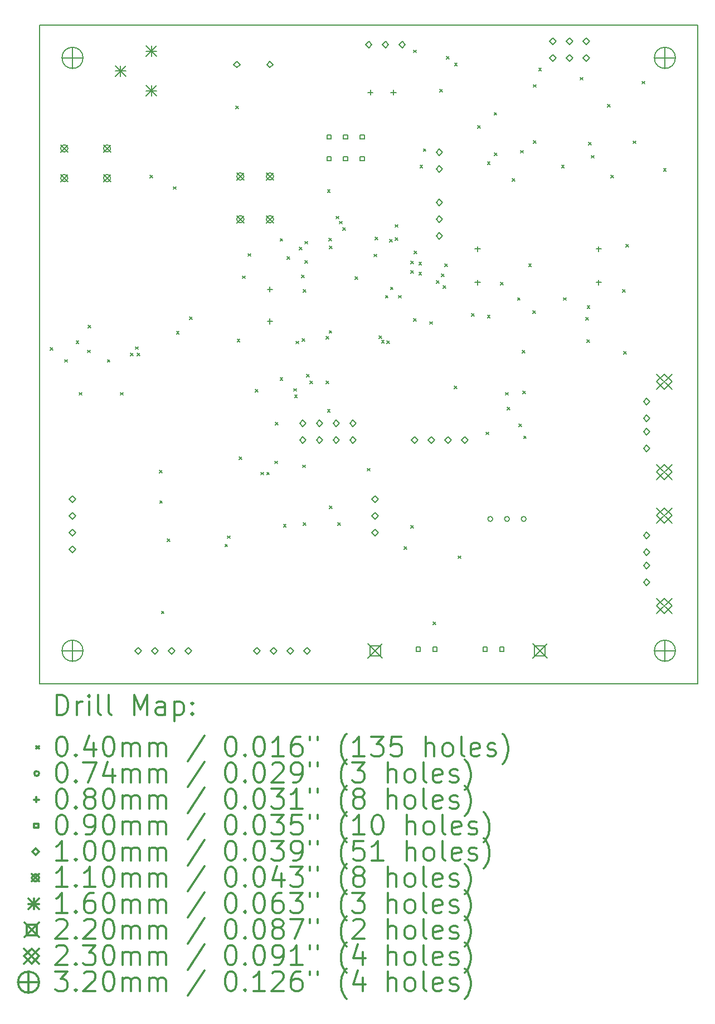
<source format=gbr>
%FSLAX45Y45*%
G04 Gerber Fmt 4.5, Leading zero omitted, Abs format (unit mm)*
G04 Created by KiCad (PCBNEW 4.0.7) date 06/11/18 20:49:51*
%MOMM*%
%LPD*%
G01*
G04 APERTURE LIST*
%ADD10C,0.127000*%
%ADD11C,0.150000*%
%ADD12C,0.200000*%
%ADD13C,0.300000*%
G04 APERTURE END LIST*
D10*
D11*
X5000000Y-15000000D02*
X5000000Y-5000000D01*
X15000000Y-15000000D02*
X5000000Y-15000000D01*
X15000000Y-5000000D02*
X15000000Y-15000000D01*
X5000000Y-5000000D02*
X15000000Y-5000000D01*
D12*
X5160000Y-9900000D02*
X5200000Y-9940000D01*
X5200000Y-9900000D02*
X5160000Y-9940000D01*
X5380000Y-10080000D02*
X5420000Y-10120000D01*
X5420000Y-10080000D02*
X5380000Y-10120000D01*
X5555300Y-9797100D02*
X5595300Y-9837100D01*
X5595300Y-9797100D02*
X5555300Y-9837100D01*
X5600000Y-10580000D02*
X5640000Y-10620000D01*
X5640000Y-10580000D02*
X5600000Y-10620000D01*
X5730000Y-9935000D02*
X5770000Y-9975000D01*
X5770000Y-9935000D02*
X5730000Y-9975000D01*
X5740000Y-9560000D02*
X5780000Y-9600000D01*
X5780000Y-9560000D02*
X5740000Y-9600000D01*
X6030000Y-10079998D02*
X6070000Y-10119998D01*
X6070000Y-10079998D02*
X6030000Y-10119998D01*
X6230000Y-10580001D02*
X6270000Y-10620001D01*
X6270000Y-10580001D02*
X6230000Y-10620001D01*
X6379997Y-9980000D02*
X6419997Y-10020000D01*
X6419997Y-9980000D02*
X6379997Y-10020000D01*
X6457000Y-9886000D02*
X6497000Y-9926000D01*
X6497000Y-9886000D02*
X6457000Y-9926000D01*
X6480000Y-9980000D02*
X6520000Y-10020000D01*
X6520000Y-9980000D02*
X6480000Y-10020000D01*
X6680000Y-7280000D02*
X6720000Y-7320000D01*
X6720000Y-7280000D02*
X6680000Y-7320000D01*
X6820000Y-11760000D02*
X6860000Y-11800000D01*
X6860000Y-11760000D02*
X6820000Y-11800000D01*
X6825300Y-12222800D02*
X6865300Y-12262800D01*
X6865300Y-12222800D02*
X6825300Y-12262800D01*
X6850700Y-13899200D02*
X6890700Y-13939200D01*
X6890700Y-13899200D02*
X6850700Y-13939200D01*
X6940000Y-12800000D02*
X6980000Y-12840000D01*
X6980000Y-12800000D02*
X6940000Y-12840000D01*
X7030000Y-7455000D02*
X7070000Y-7495000D01*
X7070000Y-7455000D02*
X7030000Y-7495000D01*
X7080000Y-9655000D02*
X7120000Y-9695000D01*
X7120000Y-9655000D02*
X7080000Y-9695000D01*
X7280000Y-9430000D02*
X7320000Y-9470000D01*
X7320000Y-9430000D02*
X7280000Y-9470000D01*
X7815900Y-12883200D02*
X7855900Y-12923200D01*
X7855900Y-12883200D02*
X7815900Y-12923200D01*
X7854000Y-12756200D02*
X7894000Y-12796200D01*
X7894000Y-12756200D02*
X7854000Y-12796200D01*
X7980000Y-6230000D02*
X8020000Y-6270000D01*
X8020000Y-6230000D02*
X7980000Y-6270000D01*
X8003305Y-9768305D02*
X8043305Y-9808305D01*
X8043305Y-9768305D02*
X8003305Y-9808305D01*
X8030000Y-11555000D02*
X8070000Y-11595000D01*
X8070000Y-11555000D02*
X8030000Y-11595000D01*
X8085805Y-8810805D02*
X8125805Y-8850805D01*
X8125805Y-8810805D02*
X8085805Y-8850805D01*
X8166116Y-8470915D02*
X8206116Y-8510915D01*
X8206116Y-8470915D02*
X8166116Y-8510915D01*
X8280000Y-10530000D02*
X8320000Y-10570000D01*
X8320000Y-10530000D02*
X8280000Y-10570000D01*
X8362000Y-11791000D02*
X8402000Y-11831000D01*
X8402000Y-11791000D02*
X8362000Y-11831000D01*
X8450900Y-11791000D02*
X8490900Y-11831000D01*
X8490900Y-11791000D02*
X8450900Y-11831000D01*
X8575000Y-11620000D02*
X8615000Y-11660000D01*
X8615000Y-11620000D02*
X8575000Y-11660000D01*
X8580000Y-11030000D02*
X8620000Y-11070000D01*
X8620000Y-11030000D02*
X8580000Y-11070000D01*
X8653690Y-8242920D02*
X8693690Y-8282920D01*
X8693690Y-8242920D02*
X8653690Y-8282920D01*
X8655000Y-10355000D02*
X8695000Y-10395000D01*
X8695000Y-10355000D02*
X8655000Y-10395000D01*
X8705000Y-12580000D02*
X8745000Y-12620000D01*
X8745000Y-12580000D02*
X8705000Y-12620000D01*
X8760000Y-8520000D02*
X8800000Y-8560000D01*
X8800000Y-8520000D02*
X8760000Y-8560000D01*
X8863184Y-10520876D02*
X8903184Y-10560876D01*
X8903184Y-10520876D02*
X8863184Y-10560876D01*
X8875000Y-10620001D02*
X8915000Y-10660001D01*
X8915000Y-10620001D02*
X8875000Y-10660001D01*
X8897399Y-9800990D02*
X8937399Y-9840990D01*
X8937399Y-9800990D02*
X8897399Y-9840990D01*
X8946514Y-8375096D02*
X8986514Y-8415096D01*
X8986514Y-8375096D02*
X8946514Y-8415096D01*
X8980000Y-8800000D02*
X9020000Y-8840000D01*
X9020000Y-8800000D02*
X8980000Y-8840000D01*
X8985955Y-9760655D02*
X9025955Y-9800655D01*
X9025955Y-9760655D02*
X8985955Y-9800655D01*
X8995000Y-11680000D02*
X9035000Y-11720000D01*
X9035000Y-11680000D02*
X8995000Y-11720000D01*
X9004455Y-9017155D02*
X9044455Y-9057155D01*
X9044455Y-9017155D02*
X9004455Y-9057155D01*
X9005000Y-12555000D02*
X9045000Y-12595000D01*
X9045000Y-12555000D02*
X9005000Y-12595000D01*
X9032498Y-8284651D02*
X9072498Y-8324651D01*
X9072498Y-8284651D02*
X9032498Y-8324651D01*
X9032498Y-8580001D02*
X9072498Y-8620001D01*
X9072498Y-8580001D02*
X9032498Y-8620001D01*
X9055000Y-10305000D02*
X9095000Y-10345000D01*
X9095000Y-10305000D02*
X9055000Y-10345000D01*
X9105000Y-10405000D02*
X9145000Y-10445000D01*
X9145000Y-10405000D02*
X9105000Y-10445000D01*
X9354999Y-10405000D02*
X9394999Y-10445000D01*
X9394999Y-10405000D02*
X9354999Y-10445000D01*
X9355000Y-9730000D02*
X9395000Y-9770000D01*
X9395000Y-9730000D02*
X9355000Y-9770000D01*
X9375000Y-7500000D02*
X9415000Y-7540000D01*
X9415000Y-7500000D02*
X9375000Y-7540000D01*
X9375000Y-10840000D02*
X9415000Y-10880000D01*
X9415000Y-10840000D02*
X9375000Y-10880000D01*
X9394093Y-8240907D02*
X9434093Y-8280907D01*
X9434093Y-8240907D02*
X9394093Y-8280907D01*
X9400000Y-9640000D02*
X9440000Y-9680000D01*
X9440000Y-9640000D02*
X9400000Y-9680000D01*
X9405000Y-8355000D02*
X9445000Y-8395000D01*
X9445000Y-8355000D02*
X9405000Y-8395000D01*
X9405000Y-12305000D02*
X9445000Y-12345000D01*
X9445000Y-12305000D02*
X9405000Y-12345000D01*
X9505000Y-7905000D02*
X9545000Y-7945000D01*
X9545000Y-7905000D02*
X9505000Y-7945000D01*
X9530000Y-12555000D02*
X9570000Y-12595000D01*
X9570000Y-12555000D02*
X9530000Y-12595000D01*
X9554999Y-7980000D02*
X9594999Y-8020000D01*
X9594999Y-7980000D02*
X9554999Y-8020000D01*
X9605000Y-8080000D02*
X9645000Y-8120000D01*
X9645000Y-8080000D02*
X9605000Y-8120000D01*
X9795000Y-8820000D02*
X9835000Y-8860000D01*
X9835000Y-8820000D02*
X9795000Y-8860000D01*
X9979999Y-11730000D02*
X10019999Y-11770000D01*
X10019999Y-11730000D02*
X9979999Y-11770000D01*
X10080001Y-8480000D02*
X10120001Y-8520000D01*
X10120001Y-8480000D02*
X10080001Y-8520000D01*
X10095000Y-8220000D02*
X10135000Y-8260000D01*
X10135000Y-8220000D02*
X10095000Y-8260000D01*
X10157253Y-9718419D02*
X10197253Y-9758419D01*
X10197253Y-9718419D02*
X10157253Y-9758419D01*
X10194409Y-9789268D02*
X10234409Y-9829268D01*
X10234409Y-9789268D02*
X10194409Y-9829268D01*
X10255000Y-9105000D02*
X10295000Y-9145000D01*
X10295000Y-9105000D02*
X10255000Y-9145000D01*
X10274269Y-9794019D02*
X10314269Y-9834019D01*
X10314269Y-9794019D02*
X10274269Y-9834019D01*
X10317501Y-8255000D02*
X10357501Y-8295000D01*
X10357501Y-8255000D02*
X10317501Y-8295000D01*
X10330000Y-8980000D02*
X10370000Y-9020000D01*
X10370000Y-8980000D02*
X10330000Y-9020000D01*
X10405000Y-8030000D02*
X10445000Y-8070000D01*
X10445000Y-8030000D02*
X10405000Y-8070000D01*
X10405000Y-8230000D02*
X10445000Y-8270000D01*
X10445000Y-8230000D02*
X10405000Y-8270000D01*
X10455000Y-9105000D02*
X10495000Y-9145000D01*
X10495000Y-9105000D02*
X10455000Y-9145000D01*
X10540000Y-12920000D02*
X10580000Y-12960000D01*
X10580000Y-12920000D02*
X10540000Y-12960000D01*
X10637502Y-8587584D02*
X10677502Y-8627584D01*
X10677502Y-8587584D02*
X10637502Y-8627584D01*
X10637502Y-8730000D02*
X10677502Y-8770000D01*
X10677502Y-8730000D02*
X10637502Y-8770000D01*
X10640000Y-12600000D02*
X10680000Y-12640000D01*
X10680000Y-12600000D02*
X10640000Y-12640000D01*
X10680000Y-5380000D02*
X10720000Y-5420000D01*
X10720000Y-5380000D02*
X10680000Y-5420000D01*
X10680000Y-9455000D02*
X10720000Y-9495000D01*
X10720000Y-9455000D02*
X10680000Y-9495000D01*
X10692501Y-8430000D02*
X10732501Y-8470000D01*
X10732501Y-8430000D02*
X10692501Y-8470000D01*
X10762503Y-8605000D02*
X10802503Y-8645000D01*
X10802503Y-8605000D02*
X10762503Y-8645000D01*
X10762503Y-8755000D02*
X10802503Y-8795000D01*
X10802503Y-8755000D02*
X10762503Y-8795000D01*
X10780000Y-7130000D02*
X10820000Y-7170000D01*
X10820000Y-7130000D02*
X10780000Y-7170000D01*
X10830000Y-6880001D02*
X10870000Y-6920001D01*
X10870000Y-6880001D02*
X10830000Y-6920001D01*
X10930000Y-9505000D02*
X10970000Y-9545000D01*
X10970000Y-9505000D02*
X10930000Y-9545000D01*
X10978200Y-14064300D02*
X11018200Y-14104300D01*
X11018200Y-14064300D02*
X10978200Y-14104300D01*
X11030000Y-8880000D02*
X11070000Y-8920000D01*
X11070000Y-8880000D02*
X11030000Y-8920000D01*
X11080000Y-5980000D02*
X11120000Y-6020000D01*
X11120000Y-5980000D02*
X11080000Y-6020000D01*
X11105000Y-8780000D02*
X11145000Y-8820000D01*
X11145000Y-8780000D02*
X11105000Y-8820000D01*
X11130000Y-8955000D02*
X11170000Y-8995000D01*
X11170000Y-8955000D02*
X11130000Y-8995000D01*
X11155000Y-8630000D02*
X11195000Y-8670000D01*
X11195000Y-8630000D02*
X11155000Y-8670000D01*
X11180000Y-5480000D02*
X11220000Y-5520000D01*
X11220000Y-5480000D02*
X11180000Y-5520000D01*
X11300000Y-10480000D02*
X11340000Y-10520000D01*
X11340000Y-10480000D02*
X11300000Y-10520000D01*
X11305000Y-5580000D02*
X11345000Y-5620000D01*
X11345000Y-5580000D02*
X11305000Y-5620000D01*
X11359200Y-13061000D02*
X11399200Y-13101000D01*
X11399200Y-13061000D02*
X11359200Y-13101000D01*
X11560000Y-9380000D02*
X11600000Y-9420000D01*
X11600000Y-9380000D02*
X11560000Y-9420000D01*
X11655000Y-6529999D02*
X11695000Y-6569999D01*
X11695000Y-6529999D02*
X11655000Y-6569999D01*
X11780000Y-11180000D02*
X11820000Y-11220000D01*
X11820000Y-11180000D02*
X11780000Y-11220000D01*
X11805000Y-7080000D02*
X11845000Y-7120000D01*
X11845000Y-7080000D02*
X11805000Y-7120000D01*
X11805000Y-9405000D02*
X11845000Y-9445000D01*
X11845000Y-9405000D02*
X11805000Y-9445000D01*
X11905000Y-6330000D02*
X11945000Y-6370000D01*
X11945000Y-6330000D02*
X11905000Y-6370000D01*
X11910340Y-6942614D02*
X11950340Y-6982614D01*
X11950340Y-6942614D02*
X11910340Y-6982614D01*
X12005000Y-8905000D02*
X12045000Y-8945000D01*
X12045000Y-8905000D02*
X12005000Y-8945000D01*
X12080000Y-10580000D02*
X12120000Y-10620000D01*
X12120000Y-10580000D02*
X12080000Y-10620000D01*
X12105000Y-10805000D02*
X12145000Y-10845000D01*
X12145000Y-10805000D02*
X12105000Y-10845000D01*
X12180000Y-7330000D02*
X12220000Y-7370000D01*
X12220000Y-7330000D02*
X12180000Y-7370000D01*
X12260000Y-9140000D02*
X12300000Y-9180000D01*
X12300000Y-9140000D02*
X12260000Y-9180000D01*
X12260000Y-9140000D02*
X12300000Y-9180000D01*
X12300000Y-9140000D02*
X12260000Y-9180000D01*
X12280000Y-11055000D02*
X12320000Y-11095000D01*
X12320000Y-11055000D02*
X12280000Y-11095000D01*
X12305000Y-6905000D02*
X12345000Y-6945000D01*
X12345000Y-6905000D02*
X12305000Y-6945000D01*
X12335000Y-9940000D02*
X12375000Y-9980000D01*
X12375000Y-9940000D02*
X12335000Y-9980000D01*
X12340000Y-10560000D02*
X12380000Y-10600000D01*
X12380000Y-10560000D02*
X12340000Y-10600000D01*
X12340000Y-10560000D02*
X12380000Y-10600000D01*
X12380000Y-10560000D02*
X12340000Y-10600000D01*
X12355000Y-11240000D02*
X12395000Y-11280000D01*
X12395000Y-11240000D02*
X12355000Y-11280000D01*
X12430000Y-8630001D02*
X12470000Y-8670001D01*
X12470000Y-8630001D02*
X12430000Y-8670001D01*
X12495000Y-9340000D02*
X12535000Y-9380000D01*
X12535000Y-9340000D02*
X12495000Y-9380000D01*
X12505000Y-5905001D02*
X12545000Y-5945001D01*
X12545000Y-5905001D02*
X12505000Y-5945001D01*
X12505000Y-6755000D02*
X12545000Y-6795000D01*
X12545000Y-6755000D02*
X12505000Y-6795000D01*
X12583211Y-5658211D02*
X12623211Y-5698211D01*
X12623211Y-5658211D02*
X12583211Y-5698211D01*
X12930000Y-7130001D02*
X12970000Y-7170001D01*
X12970000Y-7130001D02*
X12930000Y-7170001D01*
X12960000Y-9140000D02*
X13000000Y-9180000D01*
X13000000Y-9140000D02*
X12960000Y-9180000D01*
X13213400Y-5796600D02*
X13253400Y-5836600D01*
X13253400Y-5796600D02*
X13213400Y-5836600D01*
X13300000Y-9440000D02*
X13340000Y-9480000D01*
X13340000Y-9440000D02*
X13300000Y-9480000D01*
X13315000Y-9780000D02*
X13355000Y-9820000D01*
X13355000Y-9780000D02*
X13315000Y-9820000D01*
X13320000Y-9260000D02*
X13360000Y-9300000D01*
X13360000Y-9260000D02*
X13320000Y-9300000D01*
X13340000Y-6780000D02*
X13380000Y-6820000D01*
X13380000Y-6780000D02*
X13340000Y-6820000D01*
X13380000Y-6980000D02*
X13420000Y-7020000D01*
X13420000Y-6980000D02*
X13380000Y-7020000D01*
X13630000Y-6205000D02*
X13670000Y-6245000D01*
X13670000Y-6205000D02*
X13630000Y-6245000D01*
X13680000Y-7280000D02*
X13720000Y-7320000D01*
X13720000Y-7280000D02*
X13680000Y-7320000D01*
X13855000Y-9020000D02*
X13895000Y-9060000D01*
X13895000Y-9020000D02*
X13855000Y-9060000D01*
X13875000Y-9960000D02*
X13915000Y-10000000D01*
X13915000Y-9960000D02*
X13875000Y-10000000D01*
X13904997Y-8330000D02*
X13944997Y-8370000D01*
X13944997Y-8330000D02*
X13904997Y-8370000D01*
X14020000Y-6760000D02*
X14060000Y-6800000D01*
X14060000Y-6760000D02*
X14020000Y-6800000D01*
X14155000Y-5855000D02*
X14195000Y-5895000D01*
X14195000Y-5855000D02*
X14155000Y-5895000D01*
X14480000Y-7179998D02*
X14520000Y-7219998D01*
X14520000Y-7179998D02*
X14480000Y-7219998D01*
X11882830Y-12500000D02*
G75*
G03X11882830Y-12500000I-36830J0D01*
G01*
X12136830Y-12500000D02*
G75*
G03X12136830Y-12500000I-36830J0D01*
G01*
X12390830Y-12500000D02*
G75*
G03X12390830Y-12500000I-36830J0D01*
G01*
X8500000Y-8972000D02*
X8500000Y-9052000D01*
X8460000Y-9012000D02*
X8540000Y-9012000D01*
X8500000Y-9460000D02*
X8500000Y-9540000D01*
X8460000Y-9500000D02*
X8540000Y-9500000D01*
X10025000Y-5985000D02*
X10025000Y-6065000D01*
X9985000Y-6025000D02*
X10065000Y-6025000D01*
X10375000Y-5985000D02*
X10375000Y-6065000D01*
X10335000Y-6025000D02*
X10415000Y-6025000D01*
X11655000Y-8360000D02*
X11655000Y-8440000D01*
X11615000Y-8400000D02*
X11695000Y-8400000D01*
X11655000Y-8868000D02*
X11655000Y-8948000D01*
X11615000Y-8908000D02*
X11695000Y-8908000D01*
X13495000Y-8360000D02*
X13495000Y-8440000D01*
X13455000Y-8400000D02*
X13535000Y-8400000D01*
X13495000Y-8868000D02*
X13495000Y-8948000D01*
X13455000Y-8908000D02*
X13535000Y-8908000D01*
X9431820Y-6731820D02*
X9431820Y-6668180D01*
X9368180Y-6668180D01*
X9368180Y-6731820D01*
X9431820Y-6731820D01*
X9431820Y-7061820D02*
X9431820Y-6998180D01*
X9368180Y-6998180D01*
X9368180Y-7061820D01*
X9431820Y-7061820D01*
X9681820Y-6731820D02*
X9681820Y-6668180D01*
X9618180Y-6668180D01*
X9618180Y-6731820D01*
X9681820Y-6731820D01*
X9681820Y-7061820D02*
X9681820Y-6998180D01*
X9618180Y-6998180D01*
X9618180Y-7061820D01*
X9681820Y-7061820D01*
X9931820Y-6731820D02*
X9931820Y-6668180D01*
X9868180Y-6668180D01*
X9868180Y-6731820D01*
X9931820Y-6731820D01*
X9931820Y-7061820D02*
X9931820Y-6998180D01*
X9868180Y-6998180D01*
X9868180Y-7061820D01*
X9931820Y-7061820D01*
X10783820Y-14509820D02*
X10783820Y-14446180D01*
X10720180Y-14446180D01*
X10720180Y-14509820D01*
X10783820Y-14509820D01*
X11037820Y-14509820D02*
X11037820Y-14446180D01*
X10974180Y-14446180D01*
X10974180Y-14509820D01*
X11037820Y-14509820D01*
X11799820Y-14509820D02*
X11799820Y-14446180D01*
X11736180Y-14446180D01*
X11736180Y-14509820D01*
X11799820Y-14509820D01*
X12053820Y-14509820D02*
X12053820Y-14446180D01*
X11990180Y-14446180D01*
X11990180Y-14509820D01*
X12053820Y-14509820D01*
X5500000Y-12250000D02*
X5550000Y-12200000D01*
X5500000Y-12150000D01*
X5450000Y-12200000D01*
X5500000Y-12250000D01*
X5500000Y-12504000D02*
X5550000Y-12454000D01*
X5500000Y-12404000D01*
X5450000Y-12454000D01*
X5500000Y-12504000D01*
X5500000Y-12758000D02*
X5550000Y-12708000D01*
X5500000Y-12658000D01*
X5450000Y-12708000D01*
X5500000Y-12758000D01*
X5500000Y-13012000D02*
X5550000Y-12962000D01*
X5500000Y-12912000D01*
X5450000Y-12962000D01*
X5500000Y-13012000D01*
X6500000Y-14550000D02*
X6550000Y-14500000D01*
X6500000Y-14450000D01*
X6450000Y-14500000D01*
X6500000Y-14550000D01*
X6754000Y-14550000D02*
X6804000Y-14500000D01*
X6754000Y-14450000D01*
X6704000Y-14500000D01*
X6754000Y-14550000D01*
X7008000Y-14550000D02*
X7058000Y-14500000D01*
X7008000Y-14450000D01*
X6958000Y-14500000D01*
X7008000Y-14550000D01*
X7262000Y-14550000D02*
X7312000Y-14500000D01*
X7262000Y-14450000D01*
X7212000Y-14500000D01*
X7262000Y-14550000D01*
X8000000Y-5650000D02*
X8050000Y-5600000D01*
X8000000Y-5550000D01*
X7950000Y-5600000D01*
X8000000Y-5650000D01*
X8300000Y-14550000D02*
X8350000Y-14500000D01*
X8300000Y-14450000D01*
X8250000Y-14500000D01*
X8300000Y-14550000D01*
X8500000Y-5650000D02*
X8550000Y-5600000D01*
X8500000Y-5550000D01*
X8450000Y-5600000D01*
X8500000Y-5650000D01*
X8554000Y-14550000D02*
X8604000Y-14500000D01*
X8554000Y-14450000D01*
X8504000Y-14500000D01*
X8554000Y-14550000D01*
X8808000Y-14550000D02*
X8858000Y-14500000D01*
X8808000Y-14450000D01*
X8758000Y-14500000D01*
X8808000Y-14550000D01*
X9000000Y-11096000D02*
X9050000Y-11046000D01*
X9000000Y-10996000D01*
X8950000Y-11046000D01*
X9000000Y-11096000D01*
X9000000Y-11350000D02*
X9050000Y-11300000D01*
X9000000Y-11250000D01*
X8950000Y-11300000D01*
X9000000Y-11350000D01*
X9062000Y-14550000D02*
X9112000Y-14500000D01*
X9062000Y-14450000D01*
X9012000Y-14500000D01*
X9062000Y-14550000D01*
X9254000Y-11096000D02*
X9304000Y-11046000D01*
X9254000Y-10996000D01*
X9204000Y-11046000D01*
X9254000Y-11096000D01*
X9254000Y-11350000D02*
X9304000Y-11300000D01*
X9254000Y-11250000D01*
X9204000Y-11300000D01*
X9254000Y-11350000D01*
X9508000Y-11096000D02*
X9558000Y-11046000D01*
X9508000Y-10996000D01*
X9458000Y-11046000D01*
X9508000Y-11096000D01*
X9508000Y-11350000D02*
X9558000Y-11300000D01*
X9508000Y-11250000D01*
X9458000Y-11300000D01*
X9508000Y-11350000D01*
X9762000Y-11096000D02*
X9812000Y-11046000D01*
X9762000Y-10996000D01*
X9712000Y-11046000D01*
X9762000Y-11096000D01*
X9762000Y-11350000D02*
X9812000Y-11300000D01*
X9762000Y-11250000D01*
X9712000Y-11300000D01*
X9762000Y-11350000D01*
X10000000Y-5350000D02*
X10050000Y-5300000D01*
X10000000Y-5250000D01*
X9950000Y-5300000D01*
X10000000Y-5350000D01*
X10100000Y-12250000D02*
X10150000Y-12200000D01*
X10100000Y-12150000D01*
X10050000Y-12200000D01*
X10100000Y-12250000D01*
X10100000Y-12504000D02*
X10150000Y-12454000D01*
X10100000Y-12404000D01*
X10050000Y-12454000D01*
X10100000Y-12504000D01*
X10100000Y-12758000D02*
X10150000Y-12708000D01*
X10100000Y-12658000D01*
X10050000Y-12708000D01*
X10100000Y-12758000D01*
X10254000Y-5350000D02*
X10304000Y-5300000D01*
X10254000Y-5250000D01*
X10204000Y-5300000D01*
X10254000Y-5350000D01*
X10508000Y-5350000D02*
X10558000Y-5300000D01*
X10508000Y-5250000D01*
X10458000Y-5300000D01*
X10508000Y-5350000D01*
X10700000Y-11350000D02*
X10750000Y-11300000D01*
X10700000Y-11250000D01*
X10650000Y-11300000D01*
X10700000Y-11350000D01*
X10954000Y-11350000D02*
X11004000Y-11300000D01*
X10954000Y-11250000D01*
X10904000Y-11300000D01*
X10954000Y-11350000D01*
X11074400Y-6984200D02*
X11124400Y-6934200D01*
X11074400Y-6884200D01*
X11024400Y-6934200D01*
X11074400Y-6984200D01*
X11074400Y-7238200D02*
X11124400Y-7188200D01*
X11074400Y-7138200D01*
X11024400Y-7188200D01*
X11074400Y-7238200D01*
X11074400Y-7746200D02*
X11124400Y-7696200D01*
X11074400Y-7646200D01*
X11024400Y-7696200D01*
X11074400Y-7746200D01*
X11074400Y-8000200D02*
X11124400Y-7950200D01*
X11074400Y-7900200D01*
X11024400Y-7950200D01*
X11074400Y-8000200D01*
X11074400Y-8254200D02*
X11124400Y-8204200D01*
X11074400Y-8154200D01*
X11024400Y-8204200D01*
X11074400Y-8254200D01*
X11208000Y-11350000D02*
X11258000Y-11300000D01*
X11208000Y-11250000D01*
X11158000Y-11300000D01*
X11208000Y-11350000D01*
X11462000Y-11350000D02*
X11512000Y-11300000D01*
X11462000Y-11250000D01*
X11412000Y-11300000D01*
X11462000Y-11350000D01*
X12800000Y-5296000D02*
X12850000Y-5246000D01*
X12800000Y-5196000D01*
X12750000Y-5246000D01*
X12800000Y-5296000D01*
X12800000Y-5550000D02*
X12850000Y-5500000D01*
X12800000Y-5450000D01*
X12750000Y-5500000D01*
X12800000Y-5550000D01*
X13054000Y-5296000D02*
X13104000Y-5246000D01*
X13054000Y-5196000D01*
X13004000Y-5246000D01*
X13054000Y-5296000D01*
X13054000Y-5550000D02*
X13104000Y-5500000D01*
X13054000Y-5450000D01*
X13004000Y-5500000D01*
X13054000Y-5550000D01*
X13308000Y-5296000D02*
X13358000Y-5246000D01*
X13308000Y-5196000D01*
X13258000Y-5246000D01*
X13308000Y-5296000D01*
X13308000Y-5550000D02*
X13358000Y-5500000D01*
X13308000Y-5450000D01*
X13258000Y-5500000D01*
X13308000Y-5550000D01*
X14224000Y-10769000D02*
X14274000Y-10719000D01*
X14224000Y-10669000D01*
X14174000Y-10719000D01*
X14224000Y-10769000D01*
X14224000Y-11023000D02*
X14274000Y-10973000D01*
X14224000Y-10923000D01*
X14174000Y-10973000D01*
X14224000Y-11023000D01*
X14224000Y-11226000D02*
X14274000Y-11176000D01*
X14224000Y-11126000D01*
X14174000Y-11176000D01*
X14224000Y-11226000D01*
X14224000Y-11480000D02*
X14274000Y-11430000D01*
X14224000Y-11380000D01*
X14174000Y-11430000D01*
X14224000Y-11480000D01*
X14224000Y-12801000D02*
X14274000Y-12751000D01*
X14224000Y-12701000D01*
X14174000Y-12751000D01*
X14224000Y-12801000D01*
X14224000Y-13055000D02*
X14274000Y-13005000D01*
X14224000Y-12955000D01*
X14174000Y-13005000D01*
X14224000Y-13055000D01*
X14224000Y-13258000D02*
X14274000Y-13208000D01*
X14224000Y-13158000D01*
X14174000Y-13208000D01*
X14224000Y-13258000D01*
X14224000Y-13512000D02*
X14274000Y-13462000D01*
X14224000Y-13412000D01*
X14174000Y-13462000D01*
X14224000Y-13512000D01*
X5320000Y-6820000D02*
X5430000Y-6930000D01*
X5430000Y-6820000D02*
X5320000Y-6930000D01*
X5430000Y-6875000D02*
G75*
G03X5430000Y-6875000I-55000J0D01*
G01*
X5320000Y-7270000D02*
X5430000Y-7380000D01*
X5430000Y-7270000D02*
X5320000Y-7380000D01*
X5430000Y-7325000D02*
G75*
G03X5430000Y-7325000I-55000J0D01*
G01*
X5970000Y-6820000D02*
X6080000Y-6930000D01*
X6080000Y-6820000D02*
X5970000Y-6930000D01*
X6080000Y-6875000D02*
G75*
G03X6080000Y-6875000I-55000J0D01*
G01*
X5970000Y-7270000D02*
X6080000Y-7380000D01*
X6080000Y-7270000D02*
X5970000Y-7380000D01*
X6080000Y-7325000D02*
G75*
G03X6080000Y-7325000I-55000J0D01*
G01*
X7995000Y-7245000D02*
X8105000Y-7355000D01*
X8105000Y-7245000D02*
X7995000Y-7355000D01*
X8105000Y-7300000D02*
G75*
G03X8105000Y-7300000I-55000J0D01*
G01*
X7995000Y-7895000D02*
X8105000Y-8005000D01*
X8105000Y-7895000D02*
X7995000Y-8005000D01*
X8105000Y-7950000D02*
G75*
G03X8105000Y-7950000I-55000J0D01*
G01*
X8445000Y-7245000D02*
X8555000Y-7355000D01*
X8555000Y-7245000D02*
X8445000Y-7355000D01*
X8555000Y-7300000D02*
G75*
G03X8555000Y-7300000I-55000J0D01*
G01*
X8445000Y-7895000D02*
X8555000Y-8005000D01*
X8555000Y-7895000D02*
X8445000Y-8005000D01*
X8555000Y-7950000D02*
G75*
G03X8555000Y-7950000I-55000J0D01*
G01*
X6150000Y-5620000D02*
X6310000Y-5780000D01*
X6310000Y-5620000D02*
X6150000Y-5780000D01*
X6230000Y-5620000D02*
X6230000Y-5780000D01*
X6150000Y-5700000D02*
X6310000Y-5700000D01*
X6620000Y-5320000D02*
X6780000Y-5480000D01*
X6780000Y-5320000D02*
X6620000Y-5480000D01*
X6700000Y-5320000D02*
X6700000Y-5480000D01*
X6620000Y-5400000D02*
X6780000Y-5400000D01*
X6620000Y-5920000D02*
X6780000Y-6080000D01*
X6780000Y-5920000D02*
X6620000Y-6080000D01*
X6700000Y-5920000D02*
X6700000Y-6080000D01*
X6620000Y-6000000D02*
X6780000Y-6000000D01*
X9990000Y-14390000D02*
X10210000Y-14610000D01*
X10210000Y-14390000D02*
X9990000Y-14610000D01*
X10177783Y-14577782D02*
X10177783Y-14422217D01*
X10022218Y-14422217D01*
X10022218Y-14577782D01*
X10177783Y-14577782D01*
X12490000Y-14390000D02*
X12710000Y-14610000D01*
X12710000Y-14390000D02*
X12490000Y-14610000D01*
X12677782Y-14577782D02*
X12677782Y-14422217D01*
X12522217Y-14422217D01*
X12522217Y-14577782D01*
X12677782Y-14577782D01*
X14376000Y-10299000D02*
X14606000Y-10529000D01*
X14606000Y-10299000D02*
X14376000Y-10529000D01*
X14491000Y-10529000D02*
X14606000Y-10414000D01*
X14491000Y-10299000D01*
X14376000Y-10414000D01*
X14491000Y-10529000D01*
X14376000Y-11671000D02*
X14606000Y-11901000D01*
X14606000Y-11671000D02*
X14376000Y-11901000D01*
X14491000Y-11901000D02*
X14606000Y-11786000D01*
X14491000Y-11671000D01*
X14376000Y-11786000D01*
X14491000Y-11901000D01*
X14376000Y-12331000D02*
X14606000Y-12561000D01*
X14606000Y-12331000D02*
X14376000Y-12561000D01*
X14491000Y-12561000D02*
X14606000Y-12446000D01*
X14491000Y-12331000D01*
X14376000Y-12446000D01*
X14491000Y-12561000D01*
X14376000Y-13703000D02*
X14606000Y-13933000D01*
X14606000Y-13703000D02*
X14376000Y-13933000D01*
X14491000Y-13933000D02*
X14606000Y-13818000D01*
X14491000Y-13703000D01*
X14376000Y-13818000D01*
X14491000Y-13933000D01*
X5500000Y-5340000D02*
X5500000Y-5660000D01*
X5340000Y-5500000D02*
X5660000Y-5500000D01*
X5660000Y-5500000D02*
G75*
G03X5660000Y-5500000I-160000J0D01*
G01*
X5500000Y-14340000D02*
X5500000Y-14660000D01*
X5340000Y-14500000D02*
X5660000Y-14500000D01*
X5660000Y-14500000D02*
G75*
G03X5660000Y-14500000I-160000J0D01*
G01*
X14500000Y-5340000D02*
X14500000Y-5660000D01*
X14340000Y-5500000D02*
X14660000Y-5500000D01*
X14660000Y-5500000D02*
G75*
G03X14660000Y-5500000I-160000J0D01*
G01*
X14500000Y-14340000D02*
X14500000Y-14660000D01*
X14340000Y-14500000D02*
X14660000Y-14500000D01*
X14660000Y-14500000D02*
G75*
G03X14660000Y-14500000I-160000J0D01*
G01*
D13*
X5263929Y-15473214D02*
X5263929Y-15173214D01*
X5335357Y-15173214D01*
X5378214Y-15187500D01*
X5406786Y-15216071D01*
X5421071Y-15244643D01*
X5435357Y-15301786D01*
X5435357Y-15344643D01*
X5421071Y-15401786D01*
X5406786Y-15430357D01*
X5378214Y-15458929D01*
X5335357Y-15473214D01*
X5263929Y-15473214D01*
X5563929Y-15473214D02*
X5563929Y-15273214D01*
X5563929Y-15330357D02*
X5578214Y-15301786D01*
X5592500Y-15287500D01*
X5621071Y-15273214D01*
X5649643Y-15273214D01*
X5749643Y-15473214D02*
X5749643Y-15273214D01*
X5749643Y-15173214D02*
X5735357Y-15187500D01*
X5749643Y-15201786D01*
X5763928Y-15187500D01*
X5749643Y-15173214D01*
X5749643Y-15201786D01*
X5935357Y-15473214D02*
X5906786Y-15458929D01*
X5892500Y-15430357D01*
X5892500Y-15173214D01*
X6092500Y-15473214D02*
X6063928Y-15458929D01*
X6049643Y-15430357D01*
X6049643Y-15173214D01*
X6435357Y-15473214D02*
X6435357Y-15173214D01*
X6535357Y-15387500D01*
X6635357Y-15173214D01*
X6635357Y-15473214D01*
X6906786Y-15473214D02*
X6906786Y-15316071D01*
X6892500Y-15287500D01*
X6863928Y-15273214D01*
X6806786Y-15273214D01*
X6778214Y-15287500D01*
X6906786Y-15458929D02*
X6878214Y-15473214D01*
X6806786Y-15473214D01*
X6778214Y-15458929D01*
X6763928Y-15430357D01*
X6763928Y-15401786D01*
X6778214Y-15373214D01*
X6806786Y-15358929D01*
X6878214Y-15358929D01*
X6906786Y-15344643D01*
X7049643Y-15273214D02*
X7049643Y-15573214D01*
X7049643Y-15287500D02*
X7078214Y-15273214D01*
X7135357Y-15273214D01*
X7163928Y-15287500D01*
X7178214Y-15301786D01*
X7192500Y-15330357D01*
X7192500Y-15416071D01*
X7178214Y-15444643D01*
X7163928Y-15458929D01*
X7135357Y-15473214D01*
X7078214Y-15473214D01*
X7049643Y-15458929D01*
X7321071Y-15444643D02*
X7335357Y-15458929D01*
X7321071Y-15473214D01*
X7306786Y-15458929D01*
X7321071Y-15444643D01*
X7321071Y-15473214D01*
X7321071Y-15287500D02*
X7335357Y-15301786D01*
X7321071Y-15316071D01*
X7306786Y-15301786D01*
X7321071Y-15287500D01*
X7321071Y-15316071D01*
X4952500Y-15947500D02*
X4992500Y-15987500D01*
X4992500Y-15947500D02*
X4952500Y-15987500D01*
X5321071Y-15803214D02*
X5349643Y-15803214D01*
X5378214Y-15817500D01*
X5392500Y-15831786D01*
X5406786Y-15860357D01*
X5421071Y-15917500D01*
X5421071Y-15988929D01*
X5406786Y-16046071D01*
X5392500Y-16074643D01*
X5378214Y-16088929D01*
X5349643Y-16103214D01*
X5321071Y-16103214D01*
X5292500Y-16088929D01*
X5278214Y-16074643D01*
X5263929Y-16046071D01*
X5249643Y-15988929D01*
X5249643Y-15917500D01*
X5263929Y-15860357D01*
X5278214Y-15831786D01*
X5292500Y-15817500D01*
X5321071Y-15803214D01*
X5549643Y-16074643D02*
X5563929Y-16088929D01*
X5549643Y-16103214D01*
X5535357Y-16088929D01*
X5549643Y-16074643D01*
X5549643Y-16103214D01*
X5821071Y-15903214D02*
X5821071Y-16103214D01*
X5749643Y-15788929D02*
X5678214Y-16003214D01*
X5863928Y-16003214D01*
X6035357Y-15803214D02*
X6063928Y-15803214D01*
X6092500Y-15817500D01*
X6106786Y-15831786D01*
X6121071Y-15860357D01*
X6135357Y-15917500D01*
X6135357Y-15988929D01*
X6121071Y-16046071D01*
X6106786Y-16074643D01*
X6092500Y-16088929D01*
X6063928Y-16103214D01*
X6035357Y-16103214D01*
X6006786Y-16088929D01*
X5992500Y-16074643D01*
X5978214Y-16046071D01*
X5963928Y-15988929D01*
X5963928Y-15917500D01*
X5978214Y-15860357D01*
X5992500Y-15831786D01*
X6006786Y-15817500D01*
X6035357Y-15803214D01*
X6263928Y-16103214D02*
X6263928Y-15903214D01*
X6263928Y-15931786D02*
X6278214Y-15917500D01*
X6306786Y-15903214D01*
X6349643Y-15903214D01*
X6378214Y-15917500D01*
X6392500Y-15946071D01*
X6392500Y-16103214D01*
X6392500Y-15946071D02*
X6406786Y-15917500D01*
X6435357Y-15903214D01*
X6478214Y-15903214D01*
X6506786Y-15917500D01*
X6521071Y-15946071D01*
X6521071Y-16103214D01*
X6663928Y-16103214D02*
X6663928Y-15903214D01*
X6663928Y-15931786D02*
X6678214Y-15917500D01*
X6706786Y-15903214D01*
X6749643Y-15903214D01*
X6778214Y-15917500D01*
X6792500Y-15946071D01*
X6792500Y-16103214D01*
X6792500Y-15946071D02*
X6806786Y-15917500D01*
X6835357Y-15903214D01*
X6878214Y-15903214D01*
X6906786Y-15917500D01*
X6921071Y-15946071D01*
X6921071Y-16103214D01*
X7506786Y-15788929D02*
X7249643Y-16174643D01*
X7892500Y-15803214D02*
X7921071Y-15803214D01*
X7949643Y-15817500D01*
X7963928Y-15831786D01*
X7978214Y-15860357D01*
X7992500Y-15917500D01*
X7992500Y-15988929D01*
X7978214Y-16046071D01*
X7963928Y-16074643D01*
X7949643Y-16088929D01*
X7921071Y-16103214D01*
X7892500Y-16103214D01*
X7863928Y-16088929D01*
X7849643Y-16074643D01*
X7835357Y-16046071D01*
X7821071Y-15988929D01*
X7821071Y-15917500D01*
X7835357Y-15860357D01*
X7849643Y-15831786D01*
X7863928Y-15817500D01*
X7892500Y-15803214D01*
X8121071Y-16074643D02*
X8135357Y-16088929D01*
X8121071Y-16103214D01*
X8106786Y-16088929D01*
X8121071Y-16074643D01*
X8121071Y-16103214D01*
X8321071Y-15803214D02*
X8349643Y-15803214D01*
X8378214Y-15817500D01*
X8392500Y-15831786D01*
X8406786Y-15860357D01*
X8421071Y-15917500D01*
X8421071Y-15988929D01*
X8406786Y-16046071D01*
X8392500Y-16074643D01*
X8378214Y-16088929D01*
X8349643Y-16103214D01*
X8321071Y-16103214D01*
X8292500Y-16088929D01*
X8278214Y-16074643D01*
X8263928Y-16046071D01*
X8249643Y-15988929D01*
X8249643Y-15917500D01*
X8263928Y-15860357D01*
X8278214Y-15831786D01*
X8292500Y-15817500D01*
X8321071Y-15803214D01*
X8706786Y-16103214D02*
X8535357Y-16103214D01*
X8621071Y-16103214D02*
X8621071Y-15803214D01*
X8592500Y-15846071D01*
X8563928Y-15874643D01*
X8535357Y-15888929D01*
X8963928Y-15803214D02*
X8906786Y-15803214D01*
X8878214Y-15817500D01*
X8863928Y-15831786D01*
X8835357Y-15874643D01*
X8821071Y-15931786D01*
X8821071Y-16046071D01*
X8835357Y-16074643D01*
X8849643Y-16088929D01*
X8878214Y-16103214D01*
X8935357Y-16103214D01*
X8963928Y-16088929D01*
X8978214Y-16074643D01*
X8992500Y-16046071D01*
X8992500Y-15974643D01*
X8978214Y-15946071D01*
X8963928Y-15931786D01*
X8935357Y-15917500D01*
X8878214Y-15917500D01*
X8849643Y-15931786D01*
X8835357Y-15946071D01*
X8821071Y-15974643D01*
X9106786Y-15803214D02*
X9106786Y-15860357D01*
X9221071Y-15803214D02*
X9221071Y-15860357D01*
X9663928Y-16217500D02*
X9649643Y-16203214D01*
X9621071Y-16160357D01*
X9606786Y-16131786D01*
X9592500Y-16088929D01*
X9578214Y-16017500D01*
X9578214Y-15960357D01*
X9592500Y-15888929D01*
X9606786Y-15846071D01*
X9621071Y-15817500D01*
X9649643Y-15774643D01*
X9663928Y-15760357D01*
X9935357Y-16103214D02*
X9763928Y-16103214D01*
X9849643Y-16103214D02*
X9849643Y-15803214D01*
X9821071Y-15846071D01*
X9792500Y-15874643D01*
X9763928Y-15888929D01*
X10035357Y-15803214D02*
X10221071Y-15803214D01*
X10121071Y-15917500D01*
X10163928Y-15917500D01*
X10192500Y-15931786D01*
X10206786Y-15946071D01*
X10221071Y-15974643D01*
X10221071Y-16046071D01*
X10206786Y-16074643D01*
X10192500Y-16088929D01*
X10163928Y-16103214D01*
X10078214Y-16103214D01*
X10049643Y-16088929D01*
X10035357Y-16074643D01*
X10492500Y-15803214D02*
X10349643Y-15803214D01*
X10335357Y-15946071D01*
X10349643Y-15931786D01*
X10378214Y-15917500D01*
X10449643Y-15917500D01*
X10478214Y-15931786D01*
X10492500Y-15946071D01*
X10506786Y-15974643D01*
X10506786Y-16046071D01*
X10492500Y-16074643D01*
X10478214Y-16088929D01*
X10449643Y-16103214D01*
X10378214Y-16103214D01*
X10349643Y-16088929D01*
X10335357Y-16074643D01*
X10863928Y-16103214D02*
X10863928Y-15803214D01*
X10992500Y-16103214D02*
X10992500Y-15946071D01*
X10978214Y-15917500D01*
X10949643Y-15903214D01*
X10906786Y-15903214D01*
X10878214Y-15917500D01*
X10863928Y-15931786D01*
X11178214Y-16103214D02*
X11149643Y-16088929D01*
X11135357Y-16074643D01*
X11121071Y-16046071D01*
X11121071Y-15960357D01*
X11135357Y-15931786D01*
X11149643Y-15917500D01*
X11178214Y-15903214D01*
X11221071Y-15903214D01*
X11249643Y-15917500D01*
X11263928Y-15931786D01*
X11278214Y-15960357D01*
X11278214Y-16046071D01*
X11263928Y-16074643D01*
X11249643Y-16088929D01*
X11221071Y-16103214D01*
X11178214Y-16103214D01*
X11449643Y-16103214D02*
X11421071Y-16088929D01*
X11406786Y-16060357D01*
X11406786Y-15803214D01*
X11678214Y-16088929D02*
X11649643Y-16103214D01*
X11592500Y-16103214D01*
X11563928Y-16088929D01*
X11549643Y-16060357D01*
X11549643Y-15946071D01*
X11563928Y-15917500D01*
X11592500Y-15903214D01*
X11649643Y-15903214D01*
X11678214Y-15917500D01*
X11692500Y-15946071D01*
X11692500Y-15974643D01*
X11549643Y-16003214D01*
X11806786Y-16088929D02*
X11835357Y-16103214D01*
X11892500Y-16103214D01*
X11921071Y-16088929D01*
X11935357Y-16060357D01*
X11935357Y-16046071D01*
X11921071Y-16017500D01*
X11892500Y-16003214D01*
X11849643Y-16003214D01*
X11821071Y-15988929D01*
X11806786Y-15960357D01*
X11806786Y-15946071D01*
X11821071Y-15917500D01*
X11849643Y-15903214D01*
X11892500Y-15903214D01*
X11921071Y-15917500D01*
X12035357Y-16217500D02*
X12049643Y-16203214D01*
X12078214Y-16160357D01*
X12092500Y-16131786D01*
X12106786Y-16088929D01*
X12121071Y-16017500D01*
X12121071Y-15960357D01*
X12106786Y-15888929D01*
X12092500Y-15846071D01*
X12078214Y-15817500D01*
X12049643Y-15774643D01*
X12035357Y-15760357D01*
X4992500Y-16363500D02*
G75*
G03X4992500Y-16363500I-36830J0D01*
G01*
X5321071Y-16199214D02*
X5349643Y-16199214D01*
X5378214Y-16213500D01*
X5392500Y-16227786D01*
X5406786Y-16256357D01*
X5421071Y-16313500D01*
X5421071Y-16384929D01*
X5406786Y-16442071D01*
X5392500Y-16470643D01*
X5378214Y-16484929D01*
X5349643Y-16499214D01*
X5321071Y-16499214D01*
X5292500Y-16484929D01*
X5278214Y-16470643D01*
X5263929Y-16442071D01*
X5249643Y-16384929D01*
X5249643Y-16313500D01*
X5263929Y-16256357D01*
X5278214Y-16227786D01*
X5292500Y-16213500D01*
X5321071Y-16199214D01*
X5549643Y-16470643D02*
X5563929Y-16484929D01*
X5549643Y-16499214D01*
X5535357Y-16484929D01*
X5549643Y-16470643D01*
X5549643Y-16499214D01*
X5663928Y-16199214D02*
X5863928Y-16199214D01*
X5735357Y-16499214D01*
X6106786Y-16299214D02*
X6106786Y-16499214D01*
X6035357Y-16184929D02*
X5963928Y-16399214D01*
X6149643Y-16399214D01*
X6263928Y-16499214D02*
X6263928Y-16299214D01*
X6263928Y-16327786D02*
X6278214Y-16313500D01*
X6306786Y-16299214D01*
X6349643Y-16299214D01*
X6378214Y-16313500D01*
X6392500Y-16342071D01*
X6392500Y-16499214D01*
X6392500Y-16342071D02*
X6406786Y-16313500D01*
X6435357Y-16299214D01*
X6478214Y-16299214D01*
X6506786Y-16313500D01*
X6521071Y-16342071D01*
X6521071Y-16499214D01*
X6663928Y-16499214D02*
X6663928Y-16299214D01*
X6663928Y-16327786D02*
X6678214Y-16313500D01*
X6706786Y-16299214D01*
X6749643Y-16299214D01*
X6778214Y-16313500D01*
X6792500Y-16342071D01*
X6792500Y-16499214D01*
X6792500Y-16342071D02*
X6806786Y-16313500D01*
X6835357Y-16299214D01*
X6878214Y-16299214D01*
X6906786Y-16313500D01*
X6921071Y-16342071D01*
X6921071Y-16499214D01*
X7506786Y-16184929D02*
X7249643Y-16570643D01*
X7892500Y-16199214D02*
X7921071Y-16199214D01*
X7949643Y-16213500D01*
X7963928Y-16227786D01*
X7978214Y-16256357D01*
X7992500Y-16313500D01*
X7992500Y-16384929D01*
X7978214Y-16442071D01*
X7963928Y-16470643D01*
X7949643Y-16484929D01*
X7921071Y-16499214D01*
X7892500Y-16499214D01*
X7863928Y-16484929D01*
X7849643Y-16470643D01*
X7835357Y-16442071D01*
X7821071Y-16384929D01*
X7821071Y-16313500D01*
X7835357Y-16256357D01*
X7849643Y-16227786D01*
X7863928Y-16213500D01*
X7892500Y-16199214D01*
X8121071Y-16470643D02*
X8135357Y-16484929D01*
X8121071Y-16499214D01*
X8106786Y-16484929D01*
X8121071Y-16470643D01*
X8121071Y-16499214D01*
X8321071Y-16199214D02*
X8349643Y-16199214D01*
X8378214Y-16213500D01*
X8392500Y-16227786D01*
X8406786Y-16256357D01*
X8421071Y-16313500D01*
X8421071Y-16384929D01*
X8406786Y-16442071D01*
X8392500Y-16470643D01*
X8378214Y-16484929D01*
X8349643Y-16499214D01*
X8321071Y-16499214D01*
X8292500Y-16484929D01*
X8278214Y-16470643D01*
X8263928Y-16442071D01*
X8249643Y-16384929D01*
X8249643Y-16313500D01*
X8263928Y-16256357D01*
X8278214Y-16227786D01*
X8292500Y-16213500D01*
X8321071Y-16199214D01*
X8535357Y-16227786D02*
X8549643Y-16213500D01*
X8578214Y-16199214D01*
X8649643Y-16199214D01*
X8678214Y-16213500D01*
X8692500Y-16227786D01*
X8706786Y-16256357D01*
X8706786Y-16284929D01*
X8692500Y-16327786D01*
X8521071Y-16499214D01*
X8706786Y-16499214D01*
X8849643Y-16499214D02*
X8906786Y-16499214D01*
X8935357Y-16484929D01*
X8949643Y-16470643D01*
X8978214Y-16427786D01*
X8992500Y-16370643D01*
X8992500Y-16256357D01*
X8978214Y-16227786D01*
X8963928Y-16213500D01*
X8935357Y-16199214D01*
X8878214Y-16199214D01*
X8849643Y-16213500D01*
X8835357Y-16227786D01*
X8821071Y-16256357D01*
X8821071Y-16327786D01*
X8835357Y-16356357D01*
X8849643Y-16370643D01*
X8878214Y-16384929D01*
X8935357Y-16384929D01*
X8963928Y-16370643D01*
X8978214Y-16356357D01*
X8992500Y-16327786D01*
X9106786Y-16199214D02*
X9106786Y-16256357D01*
X9221071Y-16199214D02*
X9221071Y-16256357D01*
X9663928Y-16613500D02*
X9649643Y-16599214D01*
X9621071Y-16556357D01*
X9606786Y-16527786D01*
X9592500Y-16484929D01*
X9578214Y-16413500D01*
X9578214Y-16356357D01*
X9592500Y-16284929D01*
X9606786Y-16242071D01*
X9621071Y-16213500D01*
X9649643Y-16170643D01*
X9663928Y-16156357D01*
X9749643Y-16199214D02*
X9935357Y-16199214D01*
X9835357Y-16313500D01*
X9878214Y-16313500D01*
X9906786Y-16327786D01*
X9921071Y-16342071D01*
X9935357Y-16370643D01*
X9935357Y-16442071D01*
X9921071Y-16470643D01*
X9906786Y-16484929D01*
X9878214Y-16499214D01*
X9792500Y-16499214D01*
X9763928Y-16484929D01*
X9749643Y-16470643D01*
X10292500Y-16499214D02*
X10292500Y-16199214D01*
X10421071Y-16499214D02*
X10421071Y-16342071D01*
X10406786Y-16313500D01*
X10378214Y-16299214D01*
X10335357Y-16299214D01*
X10306786Y-16313500D01*
X10292500Y-16327786D01*
X10606786Y-16499214D02*
X10578214Y-16484929D01*
X10563928Y-16470643D01*
X10549643Y-16442071D01*
X10549643Y-16356357D01*
X10563928Y-16327786D01*
X10578214Y-16313500D01*
X10606786Y-16299214D01*
X10649643Y-16299214D01*
X10678214Y-16313500D01*
X10692500Y-16327786D01*
X10706786Y-16356357D01*
X10706786Y-16442071D01*
X10692500Y-16470643D01*
X10678214Y-16484929D01*
X10649643Y-16499214D01*
X10606786Y-16499214D01*
X10878214Y-16499214D02*
X10849643Y-16484929D01*
X10835357Y-16456357D01*
X10835357Y-16199214D01*
X11106786Y-16484929D02*
X11078214Y-16499214D01*
X11021071Y-16499214D01*
X10992500Y-16484929D01*
X10978214Y-16456357D01*
X10978214Y-16342071D01*
X10992500Y-16313500D01*
X11021071Y-16299214D01*
X11078214Y-16299214D01*
X11106786Y-16313500D01*
X11121071Y-16342071D01*
X11121071Y-16370643D01*
X10978214Y-16399214D01*
X11235357Y-16484929D02*
X11263928Y-16499214D01*
X11321071Y-16499214D01*
X11349643Y-16484929D01*
X11363928Y-16456357D01*
X11363928Y-16442071D01*
X11349643Y-16413500D01*
X11321071Y-16399214D01*
X11278214Y-16399214D01*
X11249643Y-16384929D01*
X11235357Y-16356357D01*
X11235357Y-16342071D01*
X11249643Y-16313500D01*
X11278214Y-16299214D01*
X11321071Y-16299214D01*
X11349643Y-16313500D01*
X11463928Y-16613500D02*
X11478214Y-16599214D01*
X11506786Y-16556357D01*
X11521071Y-16527786D01*
X11535357Y-16484929D01*
X11549643Y-16413500D01*
X11549643Y-16356357D01*
X11535357Y-16284929D01*
X11521071Y-16242071D01*
X11506786Y-16213500D01*
X11478214Y-16170643D01*
X11463928Y-16156357D01*
X4952500Y-16719500D02*
X4952500Y-16799500D01*
X4912500Y-16759500D02*
X4992500Y-16759500D01*
X5321071Y-16595214D02*
X5349643Y-16595214D01*
X5378214Y-16609500D01*
X5392500Y-16623786D01*
X5406786Y-16652357D01*
X5421071Y-16709500D01*
X5421071Y-16780929D01*
X5406786Y-16838072D01*
X5392500Y-16866643D01*
X5378214Y-16880929D01*
X5349643Y-16895214D01*
X5321071Y-16895214D01*
X5292500Y-16880929D01*
X5278214Y-16866643D01*
X5263929Y-16838072D01*
X5249643Y-16780929D01*
X5249643Y-16709500D01*
X5263929Y-16652357D01*
X5278214Y-16623786D01*
X5292500Y-16609500D01*
X5321071Y-16595214D01*
X5549643Y-16866643D02*
X5563929Y-16880929D01*
X5549643Y-16895214D01*
X5535357Y-16880929D01*
X5549643Y-16866643D01*
X5549643Y-16895214D01*
X5735357Y-16723786D02*
X5706786Y-16709500D01*
X5692500Y-16695214D01*
X5678214Y-16666643D01*
X5678214Y-16652357D01*
X5692500Y-16623786D01*
X5706786Y-16609500D01*
X5735357Y-16595214D01*
X5792500Y-16595214D01*
X5821071Y-16609500D01*
X5835357Y-16623786D01*
X5849643Y-16652357D01*
X5849643Y-16666643D01*
X5835357Y-16695214D01*
X5821071Y-16709500D01*
X5792500Y-16723786D01*
X5735357Y-16723786D01*
X5706786Y-16738071D01*
X5692500Y-16752357D01*
X5678214Y-16780929D01*
X5678214Y-16838072D01*
X5692500Y-16866643D01*
X5706786Y-16880929D01*
X5735357Y-16895214D01*
X5792500Y-16895214D01*
X5821071Y-16880929D01*
X5835357Y-16866643D01*
X5849643Y-16838072D01*
X5849643Y-16780929D01*
X5835357Y-16752357D01*
X5821071Y-16738071D01*
X5792500Y-16723786D01*
X6035357Y-16595214D02*
X6063928Y-16595214D01*
X6092500Y-16609500D01*
X6106786Y-16623786D01*
X6121071Y-16652357D01*
X6135357Y-16709500D01*
X6135357Y-16780929D01*
X6121071Y-16838072D01*
X6106786Y-16866643D01*
X6092500Y-16880929D01*
X6063928Y-16895214D01*
X6035357Y-16895214D01*
X6006786Y-16880929D01*
X5992500Y-16866643D01*
X5978214Y-16838072D01*
X5963928Y-16780929D01*
X5963928Y-16709500D01*
X5978214Y-16652357D01*
X5992500Y-16623786D01*
X6006786Y-16609500D01*
X6035357Y-16595214D01*
X6263928Y-16895214D02*
X6263928Y-16695214D01*
X6263928Y-16723786D02*
X6278214Y-16709500D01*
X6306786Y-16695214D01*
X6349643Y-16695214D01*
X6378214Y-16709500D01*
X6392500Y-16738071D01*
X6392500Y-16895214D01*
X6392500Y-16738071D02*
X6406786Y-16709500D01*
X6435357Y-16695214D01*
X6478214Y-16695214D01*
X6506786Y-16709500D01*
X6521071Y-16738071D01*
X6521071Y-16895214D01*
X6663928Y-16895214D02*
X6663928Y-16695214D01*
X6663928Y-16723786D02*
X6678214Y-16709500D01*
X6706786Y-16695214D01*
X6749643Y-16695214D01*
X6778214Y-16709500D01*
X6792500Y-16738071D01*
X6792500Y-16895214D01*
X6792500Y-16738071D02*
X6806786Y-16709500D01*
X6835357Y-16695214D01*
X6878214Y-16695214D01*
X6906786Y-16709500D01*
X6921071Y-16738071D01*
X6921071Y-16895214D01*
X7506786Y-16580929D02*
X7249643Y-16966643D01*
X7892500Y-16595214D02*
X7921071Y-16595214D01*
X7949643Y-16609500D01*
X7963928Y-16623786D01*
X7978214Y-16652357D01*
X7992500Y-16709500D01*
X7992500Y-16780929D01*
X7978214Y-16838072D01*
X7963928Y-16866643D01*
X7949643Y-16880929D01*
X7921071Y-16895214D01*
X7892500Y-16895214D01*
X7863928Y-16880929D01*
X7849643Y-16866643D01*
X7835357Y-16838072D01*
X7821071Y-16780929D01*
X7821071Y-16709500D01*
X7835357Y-16652357D01*
X7849643Y-16623786D01*
X7863928Y-16609500D01*
X7892500Y-16595214D01*
X8121071Y-16866643D02*
X8135357Y-16880929D01*
X8121071Y-16895214D01*
X8106786Y-16880929D01*
X8121071Y-16866643D01*
X8121071Y-16895214D01*
X8321071Y-16595214D02*
X8349643Y-16595214D01*
X8378214Y-16609500D01*
X8392500Y-16623786D01*
X8406786Y-16652357D01*
X8421071Y-16709500D01*
X8421071Y-16780929D01*
X8406786Y-16838072D01*
X8392500Y-16866643D01*
X8378214Y-16880929D01*
X8349643Y-16895214D01*
X8321071Y-16895214D01*
X8292500Y-16880929D01*
X8278214Y-16866643D01*
X8263928Y-16838072D01*
X8249643Y-16780929D01*
X8249643Y-16709500D01*
X8263928Y-16652357D01*
X8278214Y-16623786D01*
X8292500Y-16609500D01*
X8321071Y-16595214D01*
X8521071Y-16595214D02*
X8706786Y-16595214D01*
X8606786Y-16709500D01*
X8649643Y-16709500D01*
X8678214Y-16723786D01*
X8692500Y-16738071D01*
X8706786Y-16766643D01*
X8706786Y-16838072D01*
X8692500Y-16866643D01*
X8678214Y-16880929D01*
X8649643Y-16895214D01*
X8563928Y-16895214D01*
X8535357Y-16880929D01*
X8521071Y-16866643D01*
X8992500Y-16895214D02*
X8821071Y-16895214D01*
X8906786Y-16895214D02*
X8906786Y-16595214D01*
X8878214Y-16638071D01*
X8849643Y-16666643D01*
X8821071Y-16680929D01*
X9106786Y-16595214D02*
X9106786Y-16652357D01*
X9221071Y-16595214D02*
X9221071Y-16652357D01*
X9663928Y-17009500D02*
X9649643Y-16995214D01*
X9621071Y-16952357D01*
X9606786Y-16923786D01*
X9592500Y-16880929D01*
X9578214Y-16809500D01*
X9578214Y-16752357D01*
X9592500Y-16680929D01*
X9606786Y-16638071D01*
X9621071Y-16609500D01*
X9649643Y-16566643D01*
X9663928Y-16552357D01*
X9821071Y-16723786D02*
X9792500Y-16709500D01*
X9778214Y-16695214D01*
X9763928Y-16666643D01*
X9763928Y-16652357D01*
X9778214Y-16623786D01*
X9792500Y-16609500D01*
X9821071Y-16595214D01*
X9878214Y-16595214D01*
X9906786Y-16609500D01*
X9921071Y-16623786D01*
X9935357Y-16652357D01*
X9935357Y-16666643D01*
X9921071Y-16695214D01*
X9906786Y-16709500D01*
X9878214Y-16723786D01*
X9821071Y-16723786D01*
X9792500Y-16738071D01*
X9778214Y-16752357D01*
X9763928Y-16780929D01*
X9763928Y-16838072D01*
X9778214Y-16866643D01*
X9792500Y-16880929D01*
X9821071Y-16895214D01*
X9878214Y-16895214D01*
X9906786Y-16880929D01*
X9921071Y-16866643D01*
X9935357Y-16838072D01*
X9935357Y-16780929D01*
X9921071Y-16752357D01*
X9906786Y-16738071D01*
X9878214Y-16723786D01*
X10292500Y-16895214D02*
X10292500Y-16595214D01*
X10421071Y-16895214D02*
X10421071Y-16738071D01*
X10406786Y-16709500D01*
X10378214Y-16695214D01*
X10335357Y-16695214D01*
X10306786Y-16709500D01*
X10292500Y-16723786D01*
X10606786Y-16895214D02*
X10578214Y-16880929D01*
X10563928Y-16866643D01*
X10549643Y-16838072D01*
X10549643Y-16752357D01*
X10563928Y-16723786D01*
X10578214Y-16709500D01*
X10606786Y-16695214D01*
X10649643Y-16695214D01*
X10678214Y-16709500D01*
X10692500Y-16723786D01*
X10706786Y-16752357D01*
X10706786Y-16838072D01*
X10692500Y-16866643D01*
X10678214Y-16880929D01*
X10649643Y-16895214D01*
X10606786Y-16895214D01*
X10878214Y-16895214D02*
X10849643Y-16880929D01*
X10835357Y-16852357D01*
X10835357Y-16595214D01*
X11106786Y-16880929D02*
X11078214Y-16895214D01*
X11021071Y-16895214D01*
X10992500Y-16880929D01*
X10978214Y-16852357D01*
X10978214Y-16738071D01*
X10992500Y-16709500D01*
X11021071Y-16695214D01*
X11078214Y-16695214D01*
X11106786Y-16709500D01*
X11121071Y-16738071D01*
X11121071Y-16766643D01*
X10978214Y-16795214D01*
X11235357Y-16880929D02*
X11263928Y-16895214D01*
X11321071Y-16895214D01*
X11349643Y-16880929D01*
X11363928Y-16852357D01*
X11363928Y-16838072D01*
X11349643Y-16809500D01*
X11321071Y-16795214D01*
X11278214Y-16795214D01*
X11249643Y-16780929D01*
X11235357Y-16752357D01*
X11235357Y-16738071D01*
X11249643Y-16709500D01*
X11278214Y-16695214D01*
X11321071Y-16695214D01*
X11349643Y-16709500D01*
X11463928Y-17009500D02*
X11478214Y-16995214D01*
X11506786Y-16952357D01*
X11521071Y-16923786D01*
X11535357Y-16880929D01*
X11549643Y-16809500D01*
X11549643Y-16752357D01*
X11535357Y-16680929D01*
X11521071Y-16638071D01*
X11506786Y-16609500D01*
X11478214Y-16566643D01*
X11463928Y-16552357D01*
X4979320Y-17187320D02*
X4979320Y-17123680D01*
X4915680Y-17123680D01*
X4915680Y-17187320D01*
X4979320Y-17187320D01*
X5321071Y-16991214D02*
X5349643Y-16991214D01*
X5378214Y-17005500D01*
X5392500Y-17019786D01*
X5406786Y-17048357D01*
X5421071Y-17105500D01*
X5421071Y-17176929D01*
X5406786Y-17234072D01*
X5392500Y-17262643D01*
X5378214Y-17276929D01*
X5349643Y-17291214D01*
X5321071Y-17291214D01*
X5292500Y-17276929D01*
X5278214Y-17262643D01*
X5263929Y-17234072D01*
X5249643Y-17176929D01*
X5249643Y-17105500D01*
X5263929Y-17048357D01*
X5278214Y-17019786D01*
X5292500Y-17005500D01*
X5321071Y-16991214D01*
X5549643Y-17262643D02*
X5563929Y-17276929D01*
X5549643Y-17291214D01*
X5535357Y-17276929D01*
X5549643Y-17262643D01*
X5549643Y-17291214D01*
X5706786Y-17291214D02*
X5763928Y-17291214D01*
X5792500Y-17276929D01*
X5806786Y-17262643D01*
X5835357Y-17219786D01*
X5849643Y-17162643D01*
X5849643Y-17048357D01*
X5835357Y-17019786D01*
X5821071Y-17005500D01*
X5792500Y-16991214D01*
X5735357Y-16991214D01*
X5706786Y-17005500D01*
X5692500Y-17019786D01*
X5678214Y-17048357D01*
X5678214Y-17119786D01*
X5692500Y-17148357D01*
X5706786Y-17162643D01*
X5735357Y-17176929D01*
X5792500Y-17176929D01*
X5821071Y-17162643D01*
X5835357Y-17148357D01*
X5849643Y-17119786D01*
X6035357Y-16991214D02*
X6063928Y-16991214D01*
X6092500Y-17005500D01*
X6106786Y-17019786D01*
X6121071Y-17048357D01*
X6135357Y-17105500D01*
X6135357Y-17176929D01*
X6121071Y-17234072D01*
X6106786Y-17262643D01*
X6092500Y-17276929D01*
X6063928Y-17291214D01*
X6035357Y-17291214D01*
X6006786Y-17276929D01*
X5992500Y-17262643D01*
X5978214Y-17234072D01*
X5963928Y-17176929D01*
X5963928Y-17105500D01*
X5978214Y-17048357D01*
X5992500Y-17019786D01*
X6006786Y-17005500D01*
X6035357Y-16991214D01*
X6263928Y-17291214D02*
X6263928Y-17091214D01*
X6263928Y-17119786D02*
X6278214Y-17105500D01*
X6306786Y-17091214D01*
X6349643Y-17091214D01*
X6378214Y-17105500D01*
X6392500Y-17134072D01*
X6392500Y-17291214D01*
X6392500Y-17134072D02*
X6406786Y-17105500D01*
X6435357Y-17091214D01*
X6478214Y-17091214D01*
X6506786Y-17105500D01*
X6521071Y-17134072D01*
X6521071Y-17291214D01*
X6663928Y-17291214D02*
X6663928Y-17091214D01*
X6663928Y-17119786D02*
X6678214Y-17105500D01*
X6706786Y-17091214D01*
X6749643Y-17091214D01*
X6778214Y-17105500D01*
X6792500Y-17134072D01*
X6792500Y-17291214D01*
X6792500Y-17134072D02*
X6806786Y-17105500D01*
X6835357Y-17091214D01*
X6878214Y-17091214D01*
X6906786Y-17105500D01*
X6921071Y-17134072D01*
X6921071Y-17291214D01*
X7506786Y-16976929D02*
X7249643Y-17362643D01*
X7892500Y-16991214D02*
X7921071Y-16991214D01*
X7949643Y-17005500D01*
X7963928Y-17019786D01*
X7978214Y-17048357D01*
X7992500Y-17105500D01*
X7992500Y-17176929D01*
X7978214Y-17234072D01*
X7963928Y-17262643D01*
X7949643Y-17276929D01*
X7921071Y-17291214D01*
X7892500Y-17291214D01*
X7863928Y-17276929D01*
X7849643Y-17262643D01*
X7835357Y-17234072D01*
X7821071Y-17176929D01*
X7821071Y-17105500D01*
X7835357Y-17048357D01*
X7849643Y-17019786D01*
X7863928Y-17005500D01*
X7892500Y-16991214D01*
X8121071Y-17262643D02*
X8135357Y-17276929D01*
X8121071Y-17291214D01*
X8106786Y-17276929D01*
X8121071Y-17262643D01*
X8121071Y-17291214D01*
X8321071Y-16991214D02*
X8349643Y-16991214D01*
X8378214Y-17005500D01*
X8392500Y-17019786D01*
X8406786Y-17048357D01*
X8421071Y-17105500D01*
X8421071Y-17176929D01*
X8406786Y-17234072D01*
X8392500Y-17262643D01*
X8378214Y-17276929D01*
X8349643Y-17291214D01*
X8321071Y-17291214D01*
X8292500Y-17276929D01*
X8278214Y-17262643D01*
X8263928Y-17234072D01*
X8249643Y-17176929D01*
X8249643Y-17105500D01*
X8263928Y-17048357D01*
X8278214Y-17019786D01*
X8292500Y-17005500D01*
X8321071Y-16991214D01*
X8521071Y-16991214D02*
X8706786Y-16991214D01*
X8606786Y-17105500D01*
X8649643Y-17105500D01*
X8678214Y-17119786D01*
X8692500Y-17134072D01*
X8706786Y-17162643D01*
X8706786Y-17234072D01*
X8692500Y-17262643D01*
X8678214Y-17276929D01*
X8649643Y-17291214D01*
X8563928Y-17291214D01*
X8535357Y-17276929D01*
X8521071Y-17262643D01*
X8978214Y-16991214D02*
X8835357Y-16991214D01*
X8821071Y-17134072D01*
X8835357Y-17119786D01*
X8863928Y-17105500D01*
X8935357Y-17105500D01*
X8963928Y-17119786D01*
X8978214Y-17134072D01*
X8992500Y-17162643D01*
X8992500Y-17234072D01*
X8978214Y-17262643D01*
X8963928Y-17276929D01*
X8935357Y-17291214D01*
X8863928Y-17291214D01*
X8835357Y-17276929D01*
X8821071Y-17262643D01*
X9106786Y-16991214D02*
X9106786Y-17048357D01*
X9221071Y-16991214D02*
X9221071Y-17048357D01*
X9663928Y-17405500D02*
X9649643Y-17391214D01*
X9621071Y-17348357D01*
X9606786Y-17319786D01*
X9592500Y-17276929D01*
X9578214Y-17205500D01*
X9578214Y-17148357D01*
X9592500Y-17076929D01*
X9606786Y-17034072D01*
X9621071Y-17005500D01*
X9649643Y-16962643D01*
X9663928Y-16948357D01*
X9935357Y-17291214D02*
X9763928Y-17291214D01*
X9849643Y-17291214D02*
X9849643Y-16991214D01*
X9821071Y-17034072D01*
X9792500Y-17062643D01*
X9763928Y-17076929D01*
X10121071Y-16991214D02*
X10149643Y-16991214D01*
X10178214Y-17005500D01*
X10192500Y-17019786D01*
X10206786Y-17048357D01*
X10221071Y-17105500D01*
X10221071Y-17176929D01*
X10206786Y-17234072D01*
X10192500Y-17262643D01*
X10178214Y-17276929D01*
X10149643Y-17291214D01*
X10121071Y-17291214D01*
X10092500Y-17276929D01*
X10078214Y-17262643D01*
X10063928Y-17234072D01*
X10049643Y-17176929D01*
X10049643Y-17105500D01*
X10063928Y-17048357D01*
X10078214Y-17019786D01*
X10092500Y-17005500D01*
X10121071Y-16991214D01*
X10578214Y-17291214D02*
X10578214Y-16991214D01*
X10706786Y-17291214D02*
X10706786Y-17134072D01*
X10692500Y-17105500D01*
X10663928Y-17091214D01*
X10621071Y-17091214D01*
X10592500Y-17105500D01*
X10578214Y-17119786D01*
X10892500Y-17291214D02*
X10863928Y-17276929D01*
X10849643Y-17262643D01*
X10835357Y-17234072D01*
X10835357Y-17148357D01*
X10849643Y-17119786D01*
X10863928Y-17105500D01*
X10892500Y-17091214D01*
X10935357Y-17091214D01*
X10963928Y-17105500D01*
X10978214Y-17119786D01*
X10992500Y-17148357D01*
X10992500Y-17234072D01*
X10978214Y-17262643D01*
X10963928Y-17276929D01*
X10935357Y-17291214D01*
X10892500Y-17291214D01*
X11163928Y-17291214D02*
X11135357Y-17276929D01*
X11121071Y-17248357D01*
X11121071Y-16991214D01*
X11392500Y-17276929D02*
X11363928Y-17291214D01*
X11306786Y-17291214D01*
X11278214Y-17276929D01*
X11263928Y-17248357D01*
X11263928Y-17134072D01*
X11278214Y-17105500D01*
X11306786Y-17091214D01*
X11363928Y-17091214D01*
X11392500Y-17105500D01*
X11406786Y-17134072D01*
X11406786Y-17162643D01*
X11263928Y-17191214D01*
X11521071Y-17276929D02*
X11549643Y-17291214D01*
X11606786Y-17291214D01*
X11635357Y-17276929D01*
X11649643Y-17248357D01*
X11649643Y-17234072D01*
X11635357Y-17205500D01*
X11606786Y-17191214D01*
X11563928Y-17191214D01*
X11535357Y-17176929D01*
X11521071Y-17148357D01*
X11521071Y-17134072D01*
X11535357Y-17105500D01*
X11563928Y-17091214D01*
X11606786Y-17091214D01*
X11635357Y-17105500D01*
X11749643Y-17405500D02*
X11763928Y-17391214D01*
X11792500Y-17348357D01*
X11806786Y-17319786D01*
X11821071Y-17276929D01*
X11835357Y-17205500D01*
X11835357Y-17148357D01*
X11821071Y-17076929D01*
X11806786Y-17034072D01*
X11792500Y-17005500D01*
X11763928Y-16962643D01*
X11749643Y-16948357D01*
X4942500Y-17601500D02*
X4992500Y-17551500D01*
X4942500Y-17501500D01*
X4892500Y-17551500D01*
X4942500Y-17601500D01*
X5421071Y-17687214D02*
X5249643Y-17687214D01*
X5335357Y-17687214D02*
X5335357Y-17387214D01*
X5306786Y-17430072D01*
X5278214Y-17458643D01*
X5249643Y-17472929D01*
X5549643Y-17658643D02*
X5563929Y-17672929D01*
X5549643Y-17687214D01*
X5535357Y-17672929D01*
X5549643Y-17658643D01*
X5549643Y-17687214D01*
X5749643Y-17387214D02*
X5778214Y-17387214D01*
X5806786Y-17401500D01*
X5821071Y-17415786D01*
X5835357Y-17444357D01*
X5849643Y-17501500D01*
X5849643Y-17572929D01*
X5835357Y-17630072D01*
X5821071Y-17658643D01*
X5806786Y-17672929D01*
X5778214Y-17687214D01*
X5749643Y-17687214D01*
X5721071Y-17672929D01*
X5706786Y-17658643D01*
X5692500Y-17630072D01*
X5678214Y-17572929D01*
X5678214Y-17501500D01*
X5692500Y-17444357D01*
X5706786Y-17415786D01*
X5721071Y-17401500D01*
X5749643Y-17387214D01*
X6035357Y-17387214D02*
X6063928Y-17387214D01*
X6092500Y-17401500D01*
X6106786Y-17415786D01*
X6121071Y-17444357D01*
X6135357Y-17501500D01*
X6135357Y-17572929D01*
X6121071Y-17630072D01*
X6106786Y-17658643D01*
X6092500Y-17672929D01*
X6063928Y-17687214D01*
X6035357Y-17687214D01*
X6006786Y-17672929D01*
X5992500Y-17658643D01*
X5978214Y-17630072D01*
X5963928Y-17572929D01*
X5963928Y-17501500D01*
X5978214Y-17444357D01*
X5992500Y-17415786D01*
X6006786Y-17401500D01*
X6035357Y-17387214D01*
X6263928Y-17687214D02*
X6263928Y-17487214D01*
X6263928Y-17515786D02*
X6278214Y-17501500D01*
X6306786Y-17487214D01*
X6349643Y-17487214D01*
X6378214Y-17501500D01*
X6392500Y-17530072D01*
X6392500Y-17687214D01*
X6392500Y-17530072D02*
X6406786Y-17501500D01*
X6435357Y-17487214D01*
X6478214Y-17487214D01*
X6506786Y-17501500D01*
X6521071Y-17530072D01*
X6521071Y-17687214D01*
X6663928Y-17687214D02*
X6663928Y-17487214D01*
X6663928Y-17515786D02*
X6678214Y-17501500D01*
X6706786Y-17487214D01*
X6749643Y-17487214D01*
X6778214Y-17501500D01*
X6792500Y-17530072D01*
X6792500Y-17687214D01*
X6792500Y-17530072D02*
X6806786Y-17501500D01*
X6835357Y-17487214D01*
X6878214Y-17487214D01*
X6906786Y-17501500D01*
X6921071Y-17530072D01*
X6921071Y-17687214D01*
X7506786Y-17372929D02*
X7249643Y-17758643D01*
X7892500Y-17387214D02*
X7921071Y-17387214D01*
X7949643Y-17401500D01*
X7963928Y-17415786D01*
X7978214Y-17444357D01*
X7992500Y-17501500D01*
X7992500Y-17572929D01*
X7978214Y-17630072D01*
X7963928Y-17658643D01*
X7949643Y-17672929D01*
X7921071Y-17687214D01*
X7892500Y-17687214D01*
X7863928Y-17672929D01*
X7849643Y-17658643D01*
X7835357Y-17630072D01*
X7821071Y-17572929D01*
X7821071Y-17501500D01*
X7835357Y-17444357D01*
X7849643Y-17415786D01*
X7863928Y-17401500D01*
X7892500Y-17387214D01*
X8121071Y-17658643D02*
X8135357Y-17672929D01*
X8121071Y-17687214D01*
X8106786Y-17672929D01*
X8121071Y-17658643D01*
X8121071Y-17687214D01*
X8321071Y-17387214D02*
X8349643Y-17387214D01*
X8378214Y-17401500D01*
X8392500Y-17415786D01*
X8406786Y-17444357D01*
X8421071Y-17501500D01*
X8421071Y-17572929D01*
X8406786Y-17630072D01*
X8392500Y-17658643D01*
X8378214Y-17672929D01*
X8349643Y-17687214D01*
X8321071Y-17687214D01*
X8292500Y-17672929D01*
X8278214Y-17658643D01*
X8263928Y-17630072D01*
X8249643Y-17572929D01*
X8249643Y-17501500D01*
X8263928Y-17444357D01*
X8278214Y-17415786D01*
X8292500Y-17401500D01*
X8321071Y-17387214D01*
X8521071Y-17387214D02*
X8706786Y-17387214D01*
X8606786Y-17501500D01*
X8649643Y-17501500D01*
X8678214Y-17515786D01*
X8692500Y-17530072D01*
X8706786Y-17558643D01*
X8706786Y-17630072D01*
X8692500Y-17658643D01*
X8678214Y-17672929D01*
X8649643Y-17687214D01*
X8563928Y-17687214D01*
X8535357Y-17672929D01*
X8521071Y-17658643D01*
X8849643Y-17687214D02*
X8906786Y-17687214D01*
X8935357Y-17672929D01*
X8949643Y-17658643D01*
X8978214Y-17615786D01*
X8992500Y-17558643D01*
X8992500Y-17444357D01*
X8978214Y-17415786D01*
X8963928Y-17401500D01*
X8935357Y-17387214D01*
X8878214Y-17387214D01*
X8849643Y-17401500D01*
X8835357Y-17415786D01*
X8821071Y-17444357D01*
X8821071Y-17515786D01*
X8835357Y-17544357D01*
X8849643Y-17558643D01*
X8878214Y-17572929D01*
X8935357Y-17572929D01*
X8963928Y-17558643D01*
X8978214Y-17544357D01*
X8992500Y-17515786D01*
X9106786Y-17387214D02*
X9106786Y-17444357D01*
X9221071Y-17387214D02*
X9221071Y-17444357D01*
X9663928Y-17801500D02*
X9649643Y-17787214D01*
X9621071Y-17744357D01*
X9606786Y-17715786D01*
X9592500Y-17672929D01*
X9578214Y-17601500D01*
X9578214Y-17544357D01*
X9592500Y-17472929D01*
X9606786Y-17430072D01*
X9621071Y-17401500D01*
X9649643Y-17358643D01*
X9663928Y-17344357D01*
X9921071Y-17387214D02*
X9778214Y-17387214D01*
X9763928Y-17530072D01*
X9778214Y-17515786D01*
X9806786Y-17501500D01*
X9878214Y-17501500D01*
X9906786Y-17515786D01*
X9921071Y-17530072D01*
X9935357Y-17558643D01*
X9935357Y-17630072D01*
X9921071Y-17658643D01*
X9906786Y-17672929D01*
X9878214Y-17687214D01*
X9806786Y-17687214D01*
X9778214Y-17672929D01*
X9763928Y-17658643D01*
X10221071Y-17687214D02*
X10049643Y-17687214D01*
X10135357Y-17687214D02*
X10135357Y-17387214D01*
X10106786Y-17430072D01*
X10078214Y-17458643D01*
X10049643Y-17472929D01*
X10578214Y-17687214D02*
X10578214Y-17387214D01*
X10706786Y-17687214D02*
X10706786Y-17530072D01*
X10692500Y-17501500D01*
X10663928Y-17487214D01*
X10621071Y-17487214D01*
X10592500Y-17501500D01*
X10578214Y-17515786D01*
X10892500Y-17687214D02*
X10863928Y-17672929D01*
X10849643Y-17658643D01*
X10835357Y-17630072D01*
X10835357Y-17544357D01*
X10849643Y-17515786D01*
X10863928Y-17501500D01*
X10892500Y-17487214D01*
X10935357Y-17487214D01*
X10963928Y-17501500D01*
X10978214Y-17515786D01*
X10992500Y-17544357D01*
X10992500Y-17630072D01*
X10978214Y-17658643D01*
X10963928Y-17672929D01*
X10935357Y-17687214D01*
X10892500Y-17687214D01*
X11163928Y-17687214D02*
X11135357Y-17672929D01*
X11121071Y-17644357D01*
X11121071Y-17387214D01*
X11392500Y-17672929D02*
X11363928Y-17687214D01*
X11306786Y-17687214D01*
X11278214Y-17672929D01*
X11263928Y-17644357D01*
X11263928Y-17530072D01*
X11278214Y-17501500D01*
X11306786Y-17487214D01*
X11363928Y-17487214D01*
X11392500Y-17501500D01*
X11406786Y-17530072D01*
X11406786Y-17558643D01*
X11263928Y-17587214D01*
X11521071Y-17672929D02*
X11549643Y-17687214D01*
X11606786Y-17687214D01*
X11635357Y-17672929D01*
X11649643Y-17644357D01*
X11649643Y-17630072D01*
X11635357Y-17601500D01*
X11606786Y-17587214D01*
X11563928Y-17587214D01*
X11535357Y-17572929D01*
X11521071Y-17544357D01*
X11521071Y-17530072D01*
X11535357Y-17501500D01*
X11563928Y-17487214D01*
X11606786Y-17487214D01*
X11635357Y-17501500D01*
X11749643Y-17801500D02*
X11763928Y-17787214D01*
X11792500Y-17744357D01*
X11806786Y-17715786D01*
X11821071Y-17672929D01*
X11835357Y-17601500D01*
X11835357Y-17544357D01*
X11821071Y-17472929D01*
X11806786Y-17430072D01*
X11792500Y-17401500D01*
X11763928Y-17358643D01*
X11749643Y-17344357D01*
X4882500Y-17892500D02*
X4992500Y-18002500D01*
X4992500Y-17892500D02*
X4882500Y-18002500D01*
X4992500Y-17947500D02*
G75*
G03X4992500Y-17947500I-55000J0D01*
G01*
X5421071Y-18083214D02*
X5249643Y-18083214D01*
X5335357Y-18083214D02*
X5335357Y-17783214D01*
X5306786Y-17826072D01*
X5278214Y-17854643D01*
X5249643Y-17868929D01*
X5549643Y-18054643D02*
X5563929Y-18068929D01*
X5549643Y-18083214D01*
X5535357Y-18068929D01*
X5549643Y-18054643D01*
X5549643Y-18083214D01*
X5849643Y-18083214D02*
X5678214Y-18083214D01*
X5763928Y-18083214D02*
X5763928Y-17783214D01*
X5735357Y-17826072D01*
X5706786Y-17854643D01*
X5678214Y-17868929D01*
X6035357Y-17783214D02*
X6063928Y-17783214D01*
X6092500Y-17797500D01*
X6106786Y-17811786D01*
X6121071Y-17840357D01*
X6135357Y-17897500D01*
X6135357Y-17968929D01*
X6121071Y-18026072D01*
X6106786Y-18054643D01*
X6092500Y-18068929D01*
X6063928Y-18083214D01*
X6035357Y-18083214D01*
X6006786Y-18068929D01*
X5992500Y-18054643D01*
X5978214Y-18026072D01*
X5963928Y-17968929D01*
X5963928Y-17897500D01*
X5978214Y-17840357D01*
X5992500Y-17811786D01*
X6006786Y-17797500D01*
X6035357Y-17783214D01*
X6263928Y-18083214D02*
X6263928Y-17883214D01*
X6263928Y-17911786D02*
X6278214Y-17897500D01*
X6306786Y-17883214D01*
X6349643Y-17883214D01*
X6378214Y-17897500D01*
X6392500Y-17926072D01*
X6392500Y-18083214D01*
X6392500Y-17926072D02*
X6406786Y-17897500D01*
X6435357Y-17883214D01*
X6478214Y-17883214D01*
X6506786Y-17897500D01*
X6521071Y-17926072D01*
X6521071Y-18083214D01*
X6663928Y-18083214D02*
X6663928Y-17883214D01*
X6663928Y-17911786D02*
X6678214Y-17897500D01*
X6706786Y-17883214D01*
X6749643Y-17883214D01*
X6778214Y-17897500D01*
X6792500Y-17926072D01*
X6792500Y-18083214D01*
X6792500Y-17926072D02*
X6806786Y-17897500D01*
X6835357Y-17883214D01*
X6878214Y-17883214D01*
X6906786Y-17897500D01*
X6921071Y-17926072D01*
X6921071Y-18083214D01*
X7506786Y-17768929D02*
X7249643Y-18154643D01*
X7892500Y-17783214D02*
X7921071Y-17783214D01*
X7949643Y-17797500D01*
X7963928Y-17811786D01*
X7978214Y-17840357D01*
X7992500Y-17897500D01*
X7992500Y-17968929D01*
X7978214Y-18026072D01*
X7963928Y-18054643D01*
X7949643Y-18068929D01*
X7921071Y-18083214D01*
X7892500Y-18083214D01*
X7863928Y-18068929D01*
X7849643Y-18054643D01*
X7835357Y-18026072D01*
X7821071Y-17968929D01*
X7821071Y-17897500D01*
X7835357Y-17840357D01*
X7849643Y-17811786D01*
X7863928Y-17797500D01*
X7892500Y-17783214D01*
X8121071Y-18054643D02*
X8135357Y-18068929D01*
X8121071Y-18083214D01*
X8106786Y-18068929D01*
X8121071Y-18054643D01*
X8121071Y-18083214D01*
X8321071Y-17783214D02*
X8349643Y-17783214D01*
X8378214Y-17797500D01*
X8392500Y-17811786D01*
X8406786Y-17840357D01*
X8421071Y-17897500D01*
X8421071Y-17968929D01*
X8406786Y-18026072D01*
X8392500Y-18054643D01*
X8378214Y-18068929D01*
X8349643Y-18083214D01*
X8321071Y-18083214D01*
X8292500Y-18068929D01*
X8278214Y-18054643D01*
X8263928Y-18026072D01*
X8249643Y-17968929D01*
X8249643Y-17897500D01*
X8263928Y-17840357D01*
X8278214Y-17811786D01*
X8292500Y-17797500D01*
X8321071Y-17783214D01*
X8678214Y-17883214D02*
X8678214Y-18083214D01*
X8606786Y-17768929D02*
X8535357Y-17983214D01*
X8721071Y-17983214D01*
X8806786Y-17783214D02*
X8992500Y-17783214D01*
X8892500Y-17897500D01*
X8935357Y-17897500D01*
X8963928Y-17911786D01*
X8978214Y-17926072D01*
X8992500Y-17954643D01*
X8992500Y-18026072D01*
X8978214Y-18054643D01*
X8963928Y-18068929D01*
X8935357Y-18083214D01*
X8849643Y-18083214D01*
X8821071Y-18068929D01*
X8806786Y-18054643D01*
X9106786Y-17783214D02*
X9106786Y-17840357D01*
X9221071Y-17783214D02*
X9221071Y-17840357D01*
X9663928Y-18197500D02*
X9649643Y-18183214D01*
X9621071Y-18140357D01*
X9606786Y-18111786D01*
X9592500Y-18068929D01*
X9578214Y-17997500D01*
X9578214Y-17940357D01*
X9592500Y-17868929D01*
X9606786Y-17826072D01*
X9621071Y-17797500D01*
X9649643Y-17754643D01*
X9663928Y-17740357D01*
X9821071Y-17911786D02*
X9792500Y-17897500D01*
X9778214Y-17883214D01*
X9763928Y-17854643D01*
X9763928Y-17840357D01*
X9778214Y-17811786D01*
X9792500Y-17797500D01*
X9821071Y-17783214D01*
X9878214Y-17783214D01*
X9906786Y-17797500D01*
X9921071Y-17811786D01*
X9935357Y-17840357D01*
X9935357Y-17854643D01*
X9921071Y-17883214D01*
X9906786Y-17897500D01*
X9878214Y-17911786D01*
X9821071Y-17911786D01*
X9792500Y-17926072D01*
X9778214Y-17940357D01*
X9763928Y-17968929D01*
X9763928Y-18026072D01*
X9778214Y-18054643D01*
X9792500Y-18068929D01*
X9821071Y-18083214D01*
X9878214Y-18083214D01*
X9906786Y-18068929D01*
X9921071Y-18054643D01*
X9935357Y-18026072D01*
X9935357Y-17968929D01*
X9921071Y-17940357D01*
X9906786Y-17926072D01*
X9878214Y-17911786D01*
X10292500Y-18083214D02*
X10292500Y-17783214D01*
X10421071Y-18083214D02*
X10421071Y-17926072D01*
X10406786Y-17897500D01*
X10378214Y-17883214D01*
X10335357Y-17883214D01*
X10306786Y-17897500D01*
X10292500Y-17911786D01*
X10606786Y-18083214D02*
X10578214Y-18068929D01*
X10563928Y-18054643D01*
X10549643Y-18026072D01*
X10549643Y-17940357D01*
X10563928Y-17911786D01*
X10578214Y-17897500D01*
X10606786Y-17883214D01*
X10649643Y-17883214D01*
X10678214Y-17897500D01*
X10692500Y-17911786D01*
X10706786Y-17940357D01*
X10706786Y-18026072D01*
X10692500Y-18054643D01*
X10678214Y-18068929D01*
X10649643Y-18083214D01*
X10606786Y-18083214D01*
X10878214Y-18083214D02*
X10849643Y-18068929D01*
X10835357Y-18040357D01*
X10835357Y-17783214D01*
X11106786Y-18068929D02*
X11078214Y-18083214D01*
X11021071Y-18083214D01*
X10992500Y-18068929D01*
X10978214Y-18040357D01*
X10978214Y-17926072D01*
X10992500Y-17897500D01*
X11021071Y-17883214D01*
X11078214Y-17883214D01*
X11106786Y-17897500D01*
X11121071Y-17926072D01*
X11121071Y-17954643D01*
X10978214Y-17983214D01*
X11235357Y-18068929D02*
X11263928Y-18083214D01*
X11321071Y-18083214D01*
X11349643Y-18068929D01*
X11363928Y-18040357D01*
X11363928Y-18026072D01*
X11349643Y-17997500D01*
X11321071Y-17983214D01*
X11278214Y-17983214D01*
X11249643Y-17968929D01*
X11235357Y-17940357D01*
X11235357Y-17926072D01*
X11249643Y-17897500D01*
X11278214Y-17883214D01*
X11321071Y-17883214D01*
X11349643Y-17897500D01*
X11463928Y-18197500D02*
X11478214Y-18183214D01*
X11506786Y-18140357D01*
X11521071Y-18111786D01*
X11535357Y-18068929D01*
X11549643Y-17997500D01*
X11549643Y-17940357D01*
X11535357Y-17868929D01*
X11521071Y-17826072D01*
X11506786Y-17797500D01*
X11478214Y-17754643D01*
X11463928Y-17740357D01*
X4832500Y-18263500D02*
X4992500Y-18423500D01*
X4992500Y-18263500D02*
X4832500Y-18423500D01*
X4912500Y-18263500D02*
X4912500Y-18423500D01*
X4832500Y-18343500D02*
X4992500Y-18343500D01*
X5421071Y-18479214D02*
X5249643Y-18479214D01*
X5335357Y-18479214D02*
X5335357Y-18179214D01*
X5306786Y-18222072D01*
X5278214Y-18250643D01*
X5249643Y-18264929D01*
X5549643Y-18450643D02*
X5563929Y-18464929D01*
X5549643Y-18479214D01*
X5535357Y-18464929D01*
X5549643Y-18450643D01*
X5549643Y-18479214D01*
X5821071Y-18179214D02*
X5763928Y-18179214D01*
X5735357Y-18193500D01*
X5721071Y-18207786D01*
X5692500Y-18250643D01*
X5678214Y-18307786D01*
X5678214Y-18422072D01*
X5692500Y-18450643D01*
X5706786Y-18464929D01*
X5735357Y-18479214D01*
X5792500Y-18479214D01*
X5821071Y-18464929D01*
X5835357Y-18450643D01*
X5849643Y-18422072D01*
X5849643Y-18350643D01*
X5835357Y-18322072D01*
X5821071Y-18307786D01*
X5792500Y-18293500D01*
X5735357Y-18293500D01*
X5706786Y-18307786D01*
X5692500Y-18322072D01*
X5678214Y-18350643D01*
X6035357Y-18179214D02*
X6063928Y-18179214D01*
X6092500Y-18193500D01*
X6106786Y-18207786D01*
X6121071Y-18236357D01*
X6135357Y-18293500D01*
X6135357Y-18364929D01*
X6121071Y-18422072D01*
X6106786Y-18450643D01*
X6092500Y-18464929D01*
X6063928Y-18479214D01*
X6035357Y-18479214D01*
X6006786Y-18464929D01*
X5992500Y-18450643D01*
X5978214Y-18422072D01*
X5963928Y-18364929D01*
X5963928Y-18293500D01*
X5978214Y-18236357D01*
X5992500Y-18207786D01*
X6006786Y-18193500D01*
X6035357Y-18179214D01*
X6263928Y-18479214D02*
X6263928Y-18279214D01*
X6263928Y-18307786D02*
X6278214Y-18293500D01*
X6306786Y-18279214D01*
X6349643Y-18279214D01*
X6378214Y-18293500D01*
X6392500Y-18322072D01*
X6392500Y-18479214D01*
X6392500Y-18322072D02*
X6406786Y-18293500D01*
X6435357Y-18279214D01*
X6478214Y-18279214D01*
X6506786Y-18293500D01*
X6521071Y-18322072D01*
X6521071Y-18479214D01*
X6663928Y-18479214D02*
X6663928Y-18279214D01*
X6663928Y-18307786D02*
X6678214Y-18293500D01*
X6706786Y-18279214D01*
X6749643Y-18279214D01*
X6778214Y-18293500D01*
X6792500Y-18322072D01*
X6792500Y-18479214D01*
X6792500Y-18322072D02*
X6806786Y-18293500D01*
X6835357Y-18279214D01*
X6878214Y-18279214D01*
X6906786Y-18293500D01*
X6921071Y-18322072D01*
X6921071Y-18479214D01*
X7506786Y-18164929D02*
X7249643Y-18550643D01*
X7892500Y-18179214D02*
X7921071Y-18179214D01*
X7949643Y-18193500D01*
X7963928Y-18207786D01*
X7978214Y-18236357D01*
X7992500Y-18293500D01*
X7992500Y-18364929D01*
X7978214Y-18422072D01*
X7963928Y-18450643D01*
X7949643Y-18464929D01*
X7921071Y-18479214D01*
X7892500Y-18479214D01*
X7863928Y-18464929D01*
X7849643Y-18450643D01*
X7835357Y-18422072D01*
X7821071Y-18364929D01*
X7821071Y-18293500D01*
X7835357Y-18236357D01*
X7849643Y-18207786D01*
X7863928Y-18193500D01*
X7892500Y-18179214D01*
X8121071Y-18450643D02*
X8135357Y-18464929D01*
X8121071Y-18479214D01*
X8106786Y-18464929D01*
X8121071Y-18450643D01*
X8121071Y-18479214D01*
X8321071Y-18179214D02*
X8349643Y-18179214D01*
X8378214Y-18193500D01*
X8392500Y-18207786D01*
X8406786Y-18236357D01*
X8421071Y-18293500D01*
X8421071Y-18364929D01*
X8406786Y-18422072D01*
X8392500Y-18450643D01*
X8378214Y-18464929D01*
X8349643Y-18479214D01*
X8321071Y-18479214D01*
X8292500Y-18464929D01*
X8278214Y-18450643D01*
X8263928Y-18422072D01*
X8249643Y-18364929D01*
X8249643Y-18293500D01*
X8263928Y-18236357D01*
X8278214Y-18207786D01*
X8292500Y-18193500D01*
X8321071Y-18179214D01*
X8678214Y-18179214D02*
X8621071Y-18179214D01*
X8592500Y-18193500D01*
X8578214Y-18207786D01*
X8549643Y-18250643D01*
X8535357Y-18307786D01*
X8535357Y-18422072D01*
X8549643Y-18450643D01*
X8563928Y-18464929D01*
X8592500Y-18479214D01*
X8649643Y-18479214D01*
X8678214Y-18464929D01*
X8692500Y-18450643D01*
X8706786Y-18422072D01*
X8706786Y-18350643D01*
X8692500Y-18322072D01*
X8678214Y-18307786D01*
X8649643Y-18293500D01*
X8592500Y-18293500D01*
X8563928Y-18307786D01*
X8549643Y-18322072D01*
X8535357Y-18350643D01*
X8806786Y-18179214D02*
X8992500Y-18179214D01*
X8892500Y-18293500D01*
X8935357Y-18293500D01*
X8963928Y-18307786D01*
X8978214Y-18322072D01*
X8992500Y-18350643D01*
X8992500Y-18422072D01*
X8978214Y-18450643D01*
X8963928Y-18464929D01*
X8935357Y-18479214D01*
X8849643Y-18479214D01*
X8821071Y-18464929D01*
X8806786Y-18450643D01*
X9106786Y-18179214D02*
X9106786Y-18236357D01*
X9221071Y-18179214D02*
X9221071Y-18236357D01*
X9663928Y-18593500D02*
X9649643Y-18579214D01*
X9621071Y-18536357D01*
X9606786Y-18507786D01*
X9592500Y-18464929D01*
X9578214Y-18393500D01*
X9578214Y-18336357D01*
X9592500Y-18264929D01*
X9606786Y-18222072D01*
X9621071Y-18193500D01*
X9649643Y-18150643D01*
X9663928Y-18136357D01*
X9749643Y-18179214D02*
X9935357Y-18179214D01*
X9835357Y-18293500D01*
X9878214Y-18293500D01*
X9906786Y-18307786D01*
X9921071Y-18322072D01*
X9935357Y-18350643D01*
X9935357Y-18422072D01*
X9921071Y-18450643D01*
X9906786Y-18464929D01*
X9878214Y-18479214D01*
X9792500Y-18479214D01*
X9763928Y-18464929D01*
X9749643Y-18450643D01*
X10292500Y-18479214D02*
X10292500Y-18179214D01*
X10421071Y-18479214D02*
X10421071Y-18322072D01*
X10406786Y-18293500D01*
X10378214Y-18279214D01*
X10335357Y-18279214D01*
X10306786Y-18293500D01*
X10292500Y-18307786D01*
X10606786Y-18479214D02*
X10578214Y-18464929D01*
X10563928Y-18450643D01*
X10549643Y-18422072D01*
X10549643Y-18336357D01*
X10563928Y-18307786D01*
X10578214Y-18293500D01*
X10606786Y-18279214D01*
X10649643Y-18279214D01*
X10678214Y-18293500D01*
X10692500Y-18307786D01*
X10706786Y-18336357D01*
X10706786Y-18422072D01*
X10692500Y-18450643D01*
X10678214Y-18464929D01*
X10649643Y-18479214D01*
X10606786Y-18479214D01*
X10878214Y-18479214D02*
X10849643Y-18464929D01*
X10835357Y-18436357D01*
X10835357Y-18179214D01*
X11106786Y-18464929D02*
X11078214Y-18479214D01*
X11021071Y-18479214D01*
X10992500Y-18464929D01*
X10978214Y-18436357D01*
X10978214Y-18322072D01*
X10992500Y-18293500D01*
X11021071Y-18279214D01*
X11078214Y-18279214D01*
X11106786Y-18293500D01*
X11121071Y-18322072D01*
X11121071Y-18350643D01*
X10978214Y-18379214D01*
X11235357Y-18464929D02*
X11263928Y-18479214D01*
X11321071Y-18479214D01*
X11349643Y-18464929D01*
X11363928Y-18436357D01*
X11363928Y-18422072D01*
X11349643Y-18393500D01*
X11321071Y-18379214D01*
X11278214Y-18379214D01*
X11249643Y-18364929D01*
X11235357Y-18336357D01*
X11235357Y-18322072D01*
X11249643Y-18293500D01*
X11278214Y-18279214D01*
X11321071Y-18279214D01*
X11349643Y-18293500D01*
X11463928Y-18593500D02*
X11478214Y-18579214D01*
X11506786Y-18536357D01*
X11521071Y-18507786D01*
X11535357Y-18464929D01*
X11549643Y-18393500D01*
X11549643Y-18336357D01*
X11535357Y-18264929D01*
X11521071Y-18222072D01*
X11506786Y-18193500D01*
X11478214Y-18150643D01*
X11463928Y-18136357D01*
X4772500Y-18629500D02*
X4992500Y-18849500D01*
X4992500Y-18629500D02*
X4772500Y-18849500D01*
X4960282Y-18817283D02*
X4960282Y-18661718D01*
X4804717Y-18661718D01*
X4804717Y-18817283D01*
X4960282Y-18817283D01*
X5249643Y-18603786D02*
X5263929Y-18589500D01*
X5292500Y-18575214D01*
X5363929Y-18575214D01*
X5392500Y-18589500D01*
X5406786Y-18603786D01*
X5421071Y-18632357D01*
X5421071Y-18660929D01*
X5406786Y-18703786D01*
X5235357Y-18875214D01*
X5421071Y-18875214D01*
X5549643Y-18846643D02*
X5563929Y-18860929D01*
X5549643Y-18875214D01*
X5535357Y-18860929D01*
X5549643Y-18846643D01*
X5549643Y-18875214D01*
X5678214Y-18603786D02*
X5692500Y-18589500D01*
X5721071Y-18575214D01*
X5792500Y-18575214D01*
X5821071Y-18589500D01*
X5835357Y-18603786D01*
X5849643Y-18632357D01*
X5849643Y-18660929D01*
X5835357Y-18703786D01*
X5663928Y-18875214D01*
X5849643Y-18875214D01*
X6035357Y-18575214D02*
X6063928Y-18575214D01*
X6092500Y-18589500D01*
X6106786Y-18603786D01*
X6121071Y-18632357D01*
X6135357Y-18689500D01*
X6135357Y-18760929D01*
X6121071Y-18818072D01*
X6106786Y-18846643D01*
X6092500Y-18860929D01*
X6063928Y-18875214D01*
X6035357Y-18875214D01*
X6006786Y-18860929D01*
X5992500Y-18846643D01*
X5978214Y-18818072D01*
X5963928Y-18760929D01*
X5963928Y-18689500D01*
X5978214Y-18632357D01*
X5992500Y-18603786D01*
X6006786Y-18589500D01*
X6035357Y-18575214D01*
X6263928Y-18875214D02*
X6263928Y-18675214D01*
X6263928Y-18703786D02*
X6278214Y-18689500D01*
X6306786Y-18675214D01*
X6349643Y-18675214D01*
X6378214Y-18689500D01*
X6392500Y-18718072D01*
X6392500Y-18875214D01*
X6392500Y-18718072D02*
X6406786Y-18689500D01*
X6435357Y-18675214D01*
X6478214Y-18675214D01*
X6506786Y-18689500D01*
X6521071Y-18718072D01*
X6521071Y-18875214D01*
X6663928Y-18875214D02*
X6663928Y-18675214D01*
X6663928Y-18703786D02*
X6678214Y-18689500D01*
X6706786Y-18675214D01*
X6749643Y-18675214D01*
X6778214Y-18689500D01*
X6792500Y-18718072D01*
X6792500Y-18875214D01*
X6792500Y-18718072D02*
X6806786Y-18689500D01*
X6835357Y-18675214D01*
X6878214Y-18675214D01*
X6906786Y-18689500D01*
X6921071Y-18718072D01*
X6921071Y-18875214D01*
X7506786Y-18560929D02*
X7249643Y-18946643D01*
X7892500Y-18575214D02*
X7921071Y-18575214D01*
X7949643Y-18589500D01*
X7963928Y-18603786D01*
X7978214Y-18632357D01*
X7992500Y-18689500D01*
X7992500Y-18760929D01*
X7978214Y-18818072D01*
X7963928Y-18846643D01*
X7949643Y-18860929D01*
X7921071Y-18875214D01*
X7892500Y-18875214D01*
X7863928Y-18860929D01*
X7849643Y-18846643D01*
X7835357Y-18818072D01*
X7821071Y-18760929D01*
X7821071Y-18689500D01*
X7835357Y-18632357D01*
X7849643Y-18603786D01*
X7863928Y-18589500D01*
X7892500Y-18575214D01*
X8121071Y-18846643D02*
X8135357Y-18860929D01*
X8121071Y-18875214D01*
X8106786Y-18860929D01*
X8121071Y-18846643D01*
X8121071Y-18875214D01*
X8321071Y-18575214D02*
X8349643Y-18575214D01*
X8378214Y-18589500D01*
X8392500Y-18603786D01*
X8406786Y-18632357D01*
X8421071Y-18689500D01*
X8421071Y-18760929D01*
X8406786Y-18818072D01*
X8392500Y-18846643D01*
X8378214Y-18860929D01*
X8349643Y-18875214D01*
X8321071Y-18875214D01*
X8292500Y-18860929D01*
X8278214Y-18846643D01*
X8263928Y-18818072D01*
X8249643Y-18760929D01*
X8249643Y-18689500D01*
X8263928Y-18632357D01*
X8278214Y-18603786D01*
X8292500Y-18589500D01*
X8321071Y-18575214D01*
X8592500Y-18703786D02*
X8563928Y-18689500D01*
X8549643Y-18675214D01*
X8535357Y-18646643D01*
X8535357Y-18632357D01*
X8549643Y-18603786D01*
X8563928Y-18589500D01*
X8592500Y-18575214D01*
X8649643Y-18575214D01*
X8678214Y-18589500D01*
X8692500Y-18603786D01*
X8706786Y-18632357D01*
X8706786Y-18646643D01*
X8692500Y-18675214D01*
X8678214Y-18689500D01*
X8649643Y-18703786D01*
X8592500Y-18703786D01*
X8563928Y-18718072D01*
X8549643Y-18732357D01*
X8535357Y-18760929D01*
X8535357Y-18818072D01*
X8549643Y-18846643D01*
X8563928Y-18860929D01*
X8592500Y-18875214D01*
X8649643Y-18875214D01*
X8678214Y-18860929D01*
X8692500Y-18846643D01*
X8706786Y-18818072D01*
X8706786Y-18760929D01*
X8692500Y-18732357D01*
X8678214Y-18718072D01*
X8649643Y-18703786D01*
X8806786Y-18575214D02*
X9006786Y-18575214D01*
X8878214Y-18875214D01*
X9106786Y-18575214D02*
X9106786Y-18632357D01*
X9221071Y-18575214D02*
X9221071Y-18632357D01*
X9663928Y-18989500D02*
X9649643Y-18975214D01*
X9621071Y-18932357D01*
X9606786Y-18903786D01*
X9592500Y-18860929D01*
X9578214Y-18789500D01*
X9578214Y-18732357D01*
X9592500Y-18660929D01*
X9606786Y-18618072D01*
X9621071Y-18589500D01*
X9649643Y-18546643D01*
X9663928Y-18532357D01*
X9763928Y-18603786D02*
X9778214Y-18589500D01*
X9806786Y-18575214D01*
X9878214Y-18575214D01*
X9906786Y-18589500D01*
X9921071Y-18603786D01*
X9935357Y-18632357D01*
X9935357Y-18660929D01*
X9921071Y-18703786D01*
X9749643Y-18875214D01*
X9935357Y-18875214D01*
X10292500Y-18875214D02*
X10292500Y-18575214D01*
X10421071Y-18875214D02*
X10421071Y-18718072D01*
X10406786Y-18689500D01*
X10378214Y-18675214D01*
X10335357Y-18675214D01*
X10306786Y-18689500D01*
X10292500Y-18703786D01*
X10606786Y-18875214D02*
X10578214Y-18860929D01*
X10563928Y-18846643D01*
X10549643Y-18818072D01*
X10549643Y-18732357D01*
X10563928Y-18703786D01*
X10578214Y-18689500D01*
X10606786Y-18675214D01*
X10649643Y-18675214D01*
X10678214Y-18689500D01*
X10692500Y-18703786D01*
X10706786Y-18732357D01*
X10706786Y-18818072D01*
X10692500Y-18846643D01*
X10678214Y-18860929D01*
X10649643Y-18875214D01*
X10606786Y-18875214D01*
X10878214Y-18875214D02*
X10849643Y-18860929D01*
X10835357Y-18832357D01*
X10835357Y-18575214D01*
X11106786Y-18860929D02*
X11078214Y-18875214D01*
X11021071Y-18875214D01*
X10992500Y-18860929D01*
X10978214Y-18832357D01*
X10978214Y-18718072D01*
X10992500Y-18689500D01*
X11021071Y-18675214D01*
X11078214Y-18675214D01*
X11106786Y-18689500D01*
X11121071Y-18718072D01*
X11121071Y-18746643D01*
X10978214Y-18775214D01*
X11235357Y-18860929D02*
X11263928Y-18875214D01*
X11321071Y-18875214D01*
X11349643Y-18860929D01*
X11363928Y-18832357D01*
X11363928Y-18818072D01*
X11349643Y-18789500D01*
X11321071Y-18775214D01*
X11278214Y-18775214D01*
X11249643Y-18760929D01*
X11235357Y-18732357D01*
X11235357Y-18718072D01*
X11249643Y-18689500D01*
X11278214Y-18675214D01*
X11321071Y-18675214D01*
X11349643Y-18689500D01*
X11463928Y-18989500D02*
X11478214Y-18975214D01*
X11506786Y-18932357D01*
X11521071Y-18903786D01*
X11535357Y-18860929D01*
X11549643Y-18789500D01*
X11549643Y-18732357D01*
X11535357Y-18660929D01*
X11521071Y-18618072D01*
X11506786Y-18589500D01*
X11478214Y-18546643D01*
X11463928Y-18532357D01*
X4762500Y-19020500D02*
X4992500Y-19250500D01*
X4992500Y-19020500D02*
X4762500Y-19250500D01*
X4877500Y-19250500D02*
X4992500Y-19135500D01*
X4877500Y-19020500D01*
X4762500Y-19135500D01*
X4877500Y-19250500D01*
X5249643Y-18999786D02*
X5263929Y-18985500D01*
X5292500Y-18971214D01*
X5363929Y-18971214D01*
X5392500Y-18985500D01*
X5406786Y-18999786D01*
X5421071Y-19028357D01*
X5421071Y-19056929D01*
X5406786Y-19099786D01*
X5235357Y-19271214D01*
X5421071Y-19271214D01*
X5549643Y-19242643D02*
X5563929Y-19256929D01*
X5549643Y-19271214D01*
X5535357Y-19256929D01*
X5549643Y-19242643D01*
X5549643Y-19271214D01*
X5663928Y-18971214D02*
X5849643Y-18971214D01*
X5749643Y-19085500D01*
X5792500Y-19085500D01*
X5821071Y-19099786D01*
X5835357Y-19114072D01*
X5849643Y-19142643D01*
X5849643Y-19214072D01*
X5835357Y-19242643D01*
X5821071Y-19256929D01*
X5792500Y-19271214D01*
X5706786Y-19271214D01*
X5678214Y-19256929D01*
X5663928Y-19242643D01*
X6035357Y-18971214D02*
X6063928Y-18971214D01*
X6092500Y-18985500D01*
X6106786Y-18999786D01*
X6121071Y-19028357D01*
X6135357Y-19085500D01*
X6135357Y-19156929D01*
X6121071Y-19214072D01*
X6106786Y-19242643D01*
X6092500Y-19256929D01*
X6063928Y-19271214D01*
X6035357Y-19271214D01*
X6006786Y-19256929D01*
X5992500Y-19242643D01*
X5978214Y-19214072D01*
X5963928Y-19156929D01*
X5963928Y-19085500D01*
X5978214Y-19028357D01*
X5992500Y-18999786D01*
X6006786Y-18985500D01*
X6035357Y-18971214D01*
X6263928Y-19271214D02*
X6263928Y-19071214D01*
X6263928Y-19099786D02*
X6278214Y-19085500D01*
X6306786Y-19071214D01*
X6349643Y-19071214D01*
X6378214Y-19085500D01*
X6392500Y-19114072D01*
X6392500Y-19271214D01*
X6392500Y-19114072D02*
X6406786Y-19085500D01*
X6435357Y-19071214D01*
X6478214Y-19071214D01*
X6506786Y-19085500D01*
X6521071Y-19114072D01*
X6521071Y-19271214D01*
X6663928Y-19271214D02*
X6663928Y-19071214D01*
X6663928Y-19099786D02*
X6678214Y-19085500D01*
X6706786Y-19071214D01*
X6749643Y-19071214D01*
X6778214Y-19085500D01*
X6792500Y-19114072D01*
X6792500Y-19271214D01*
X6792500Y-19114072D02*
X6806786Y-19085500D01*
X6835357Y-19071214D01*
X6878214Y-19071214D01*
X6906786Y-19085500D01*
X6921071Y-19114072D01*
X6921071Y-19271214D01*
X7506786Y-18956929D02*
X7249643Y-19342643D01*
X7892500Y-18971214D02*
X7921071Y-18971214D01*
X7949643Y-18985500D01*
X7963928Y-18999786D01*
X7978214Y-19028357D01*
X7992500Y-19085500D01*
X7992500Y-19156929D01*
X7978214Y-19214072D01*
X7963928Y-19242643D01*
X7949643Y-19256929D01*
X7921071Y-19271214D01*
X7892500Y-19271214D01*
X7863928Y-19256929D01*
X7849643Y-19242643D01*
X7835357Y-19214072D01*
X7821071Y-19156929D01*
X7821071Y-19085500D01*
X7835357Y-19028357D01*
X7849643Y-18999786D01*
X7863928Y-18985500D01*
X7892500Y-18971214D01*
X8121071Y-19242643D02*
X8135357Y-19256929D01*
X8121071Y-19271214D01*
X8106786Y-19256929D01*
X8121071Y-19242643D01*
X8121071Y-19271214D01*
X8321071Y-18971214D02*
X8349643Y-18971214D01*
X8378214Y-18985500D01*
X8392500Y-18999786D01*
X8406786Y-19028357D01*
X8421071Y-19085500D01*
X8421071Y-19156929D01*
X8406786Y-19214072D01*
X8392500Y-19242643D01*
X8378214Y-19256929D01*
X8349643Y-19271214D01*
X8321071Y-19271214D01*
X8292500Y-19256929D01*
X8278214Y-19242643D01*
X8263928Y-19214072D01*
X8249643Y-19156929D01*
X8249643Y-19085500D01*
X8263928Y-19028357D01*
X8278214Y-18999786D01*
X8292500Y-18985500D01*
X8321071Y-18971214D01*
X8563928Y-19271214D02*
X8621071Y-19271214D01*
X8649643Y-19256929D01*
X8663928Y-19242643D01*
X8692500Y-19199786D01*
X8706786Y-19142643D01*
X8706786Y-19028357D01*
X8692500Y-18999786D01*
X8678214Y-18985500D01*
X8649643Y-18971214D01*
X8592500Y-18971214D01*
X8563928Y-18985500D01*
X8549643Y-18999786D01*
X8535357Y-19028357D01*
X8535357Y-19099786D01*
X8549643Y-19128357D01*
X8563928Y-19142643D01*
X8592500Y-19156929D01*
X8649643Y-19156929D01*
X8678214Y-19142643D01*
X8692500Y-19128357D01*
X8706786Y-19099786D01*
X8992500Y-19271214D02*
X8821071Y-19271214D01*
X8906786Y-19271214D02*
X8906786Y-18971214D01*
X8878214Y-19014072D01*
X8849643Y-19042643D01*
X8821071Y-19056929D01*
X9106786Y-18971214D02*
X9106786Y-19028357D01*
X9221071Y-18971214D02*
X9221071Y-19028357D01*
X9663928Y-19385500D02*
X9649643Y-19371214D01*
X9621071Y-19328357D01*
X9606786Y-19299786D01*
X9592500Y-19256929D01*
X9578214Y-19185500D01*
X9578214Y-19128357D01*
X9592500Y-19056929D01*
X9606786Y-19014072D01*
X9621071Y-18985500D01*
X9649643Y-18942643D01*
X9663928Y-18928357D01*
X9906786Y-19071214D02*
X9906786Y-19271214D01*
X9835357Y-18956929D02*
X9763928Y-19171214D01*
X9949643Y-19171214D01*
X10292500Y-19271214D02*
X10292500Y-18971214D01*
X10421071Y-19271214D02*
X10421071Y-19114072D01*
X10406786Y-19085500D01*
X10378214Y-19071214D01*
X10335357Y-19071214D01*
X10306786Y-19085500D01*
X10292500Y-19099786D01*
X10606786Y-19271214D02*
X10578214Y-19256929D01*
X10563928Y-19242643D01*
X10549643Y-19214072D01*
X10549643Y-19128357D01*
X10563928Y-19099786D01*
X10578214Y-19085500D01*
X10606786Y-19071214D01*
X10649643Y-19071214D01*
X10678214Y-19085500D01*
X10692500Y-19099786D01*
X10706786Y-19128357D01*
X10706786Y-19214072D01*
X10692500Y-19242643D01*
X10678214Y-19256929D01*
X10649643Y-19271214D01*
X10606786Y-19271214D01*
X10878214Y-19271214D02*
X10849643Y-19256929D01*
X10835357Y-19228357D01*
X10835357Y-18971214D01*
X11106786Y-19256929D02*
X11078214Y-19271214D01*
X11021071Y-19271214D01*
X10992500Y-19256929D01*
X10978214Y-19228357D01*
X10978214Y-19114072D01*
X10992500Y-19085500D01*
X11021071Y-19071214D01*
X11078214Y-19071214D01*
X11106786Y-19085500D01*
X11121071Y-19114072D01*
X11121071Y-19142643D01*
X10978214Y-19171214D01*
X11235357Y-19256929D02*
X11263928Y-19271214D01*
X11321071Y-19271214D01*
X11349643Y-19256929D01*
X11363928Y-19228357D01*
X11363928Y-19214072D01*
X11349643Y-19185500D01*
X11321071Y-19171214D01*
X11278214Y-19171214D01*
X11249643Y-19156929D01*
X11235357Y-19128357D01*
X11235357Y-19114072D01*
X11249643Y-19085500D01*
X11278214Y-19071214D01*
X11321071Y-19071214D01*
X11349643Y-19085500D01*
X11463928Y-19385500D02*
X11478214Y-19371214D01*
X11506786Y-19328357D01*
X11521071Y-19299786D01*
X11535357Y-19256929D01*
X11549643Y-19185500D01*
X11549643Y-19128357D01*
X11535357Y-19056929D01*
X11521071Y-19014072D01*
X11506786Y-18985500D01*
X11478214Y-18942643D01*
X11463928Y-18928357D01*
X4832500Y-19371500D02*
X4832500Y-19691500D01*
X4672500Y-19531500D02*
X4992500Y-19531500D01*
X4992500Y-19531500D02*
G75*
G03X4992500Y-19531500I-160000J0D01*
G01*
X5235357Y-19367214D02*
X5421071Y-19367214D01*
X5321071Y-19481500D01*
X5363929Y-19481500D01*
X5392500Y-19495786D01*
X5406786Y-19510072D01*
X5421071Y-19538643D01*
X5421071Y-19610072D01*
X5406786Y-19638643D01*
X5392500Y-19652929D01*
X5363929Y-19667214D01*
X5278214Y-19667214D01*
X5249643Y-19652929D01*
X5235357Y-19638643D01*
X5549643Y-19638643D02*
X5563929Y-19652929D01*
X5549643Y-19667214D01*
X5535357Y-19652929D01*
X5549643Y-19638643D01*
X5549643Y-19667214D01*
X5678214Y-19395786D02*
X5692500Y-19381500D01*
X5721071Y-19367214D01*
X5792500Y-19367214D01*
X5821071Y-19381500D01*
X5835357Y-19395786D01*
X5849643Y-19424357D01*
X5849643Y-19452929D01*
X5835357Y-19495786D01*
X5663928Y-19667214D01*
X5849643Y-19667214D01*
X6035357Y-19367214D02*
X6063928Y-19367214D01*
X6092500Y-19381500D01*
X6106786Y-19395786D01*
X6121071Y-19424357D01*
X6135357Y-19481500D01*
X6135357Y-19552929D01*
X6121071Y-19610072D01*
X6106786Y-19638643D01*
X6092500Y-19652929D01*
X6063928Y-19667214D01*
X6035357Y-19667214D01*
X6006786Y-19652929D01*
X5992500Y-19638643D01*
X5978214Y-19610072D01*
X5963928Y-19552929D01*
X5963928Y-19481500D01*
X5978214Y-19424357D01*
X5992500Y-19395786D01*
X6006786Y-19381500D01*
X6035357Y-19367214D01*
X6263928Y-19667214D02*
X6263928Y-19467214D01*
X6263928Y-19495786D02*
X6278214Y-19481500D01*
X6306786Y-19467214D01*
X6349643Y-19467214D01*
X6378214Y-19481500D01*
X6392500Y-19510072D01*
X6392500Y-19667214D01*
X6392500Y-19510072D02*
X6406786Y-19481500D01*
X6435357Y-19467214D01*
X6478214Y-19467214D01*
X6506786Y-19481500D01*
X6521071Y-19510072D01*
X6521071Y-19667214D01*
X6663928Y-19667214D02*
X6663928Y-19467214D01*
X6663928Y-19495786D02*
X6678214Y-19481500D01*
X6706786Y-19467214D01*
X6749643Y-19467214D01*
X6778214Y-19481500D01*
X6792500Y-19510072D01*
X6792500Y-19667214D01*
X6792500Y-19510072D02*
X6806786Y-19481500D01*
X6835357Y-19467214D01*
X6878214Y-19467214D01*
X6906786Y-19481500D01*
X6921071Y-19510072D01*
X6921071Y-19667214D01*
X7506786Y-19352929D02*
X7249643Y-19738643D01*
X7892500Y-19367214D02*
X7921071Y-19367214D01*
X7949643Y-19381500D01*
X7963928Y-19395786D01*
X7978214Y-19424357D01*
X7992500Y-19481500D01*
X7992500Y-19552929D01*
X7978214Y-19610072D01*
X7963928Y-19638643D01*
X7949643Y-19652929D01*
X7921071Y-19667214D01*
X7892500Y-19667214D01*
X7863928Y-19652929D01*
X7849643Y-19638643D01*
X7835357Y-19610072D01*
X7821071Y-19552929D01*
X7821071Y-19481500D01*
X7835357Y-19424357D01*
X7849643Y-19395786D01*
X7863928Y-19381500D01*
X7892500Y-19367214D01*
X8121071Y-19638643D02*
X8135357Y-19652929D01*
X8121071Y-19667214D01*
X8106786Y-19652929D01*
X8121071Y-19638643D01*
X8121071Y-19667214D01*
X8421071Y-19667214D02*
X8249643Y-19667214D01*
X8335357Y-19667214D02*
X8335357Y-19367214D01*
X8306785Y-19410072D01*
X8278214Y-19438643D01*
X8249643Y-19452929D01*
X8535357Y-19395786D02*
X8549643Y-19381500D01*
X8578214Y-19367214D01*
X8649643Y-19367214D01*
X8678214Y-19381500D01*
X8692500Y-19395786D01*
X8706786Y-19424357D01*
X8706786Y-19452929D01*
X8692500Y-19495786D01*
X8521071Y-19667214D01*
X8706786Y-19667214D01*
X8963928Y-19367214D02*
X8906786Y-19367214D01*
X8878214Y-19381500D01*
X8863928Y-19395786D01*
X8835357Y-19438643D01*
X8821071Y-19495786D01*
X8821071Y-19610072D01*
X8835357Y-19638643D01*
X8849643Y-19652929D01*
X8878214Y-19667214D01*
X8935357Y-19667214D01*
X8963928Y-19652929D01*
X8978214Y-19638643D01*
X8992500Y-19610072D01*
X8992500Y-19538643D01*
X8978214Y-19510072D01*
X8963928Y-19495786D01*
X8935357Y-19481500D01*
X8878214Y-19481500D01*
X8849643Y-19495786D01*
X8835357Y-19510072D01*
X8821071Y-19538643D01*
X9106786Y-19367214D02*
X9106786Y-19424357D01*
X9221071Y-19367214D02*
X9221071Y-19424357D01*
X9663928Y-19781500D02*
X9649643Y-19767214D01*
X9621071Y-19724357D01*
X9606786Y-19695786D01*
X9592500Y-19652929D01*
X9578214Y-19581500D01*
X9578214Y-19524357D01*
X9592500Y-19452929D01*
X9606786Y-19410072D01*
X9621071Y-19381500D01*
X9649643Y-19338643D01*
X9663928Y-19324357D01*
X9906786Y-19467214D02*
X9906786Y-19667214D01*
X9835357Y-19352929D02*
X9763928Y-19567214D01*
X9949643Y-19567214D01*
X10292500Y-19667214D02*
X10292500Y-19367214D01*
X10421071Y-19667214D02*
X10421071Y-19510072D01*
X10406786Y-19481500D01*
X10378214Y-19467214D01*
X10335357Y-19467214D01*
X10306786Y-19481500D01*
X10292500Y-19495786D01*
X10606786Y-19667214D02*
X10578214Y-19652929D01*
X10563928Y-19638643D01*
X10549643Y-19610072D01*
X10549643Y-19524357D01*
X10563928Y-19495786D01*
X10578214Y-19481500D01*
X10606786Y-19467214D01*
X10649643Y-19467214D01*
X10678214Y-19481500D01*
X10692500Y-19495786D01*
X10706786Y-19524357D01*
X10706786Y-19610072D01*
X10692500Y-19638643D01*
X10678214Y-19652929D01*
X10649643Y-19667214D01*
X10606786Y-19667214D01*
X10878214Y-19667214D02*
X10849643Y-19652929D01*
X10835357Y-19624357D01*
X10835357Y-19367214D01*
X11106786Y-19652929D02*
X11078214Y-19667214D01*
X11021071Y-19667214D01*
X10992500Y-19652929D01*
X10978214Y-19624357D01*
X10978214Y-19510072D01*
X10992500Y-19481500D01*
X11021071Y-19467214D01*
X11078214Y-19467214D01*
X11106786Y-19481500D01*
X11121071Y-19510072D01*
X11121071Y-19538643D01*
X10978214Y-19567214D01*
X11235357Y-19652929D02*
X11263928Y-19667214D01*
X11321071Y-19667214D01*
X11349643Y-19652929D01*
X11363928Y-19624357D01*
X11363928Y-19610072D01*
X11349643Y-19581500D01*
X11321071Y-19567214D01*
X11278214Y-19567214D01*
X11249643Y-19552929D01*
X11235357Y-19524357D01*
X11235357Y-19510072D01*
X11249643Y-19481500D01*
X11278214Y-19467214D01*
X11321071Y-19467214D01*
X11349643Y-19481500D01*
X11463928Y-19781500D02*
X11478214Y-19767214D01*
X11506786Y-19724357D01*
X11521071Y-19695786D01*
X11535357Y-19652929D01*
X11549643Y-19581500D01*
X11549643Y-19524357D01*
X11535357Y-19452929D01*
X11521071Y-19410072D01*
X11506786Y-19381500D01*
X11478214Y-19338643D01*
X11463928Y-19324357D01*
M02*

</source>
